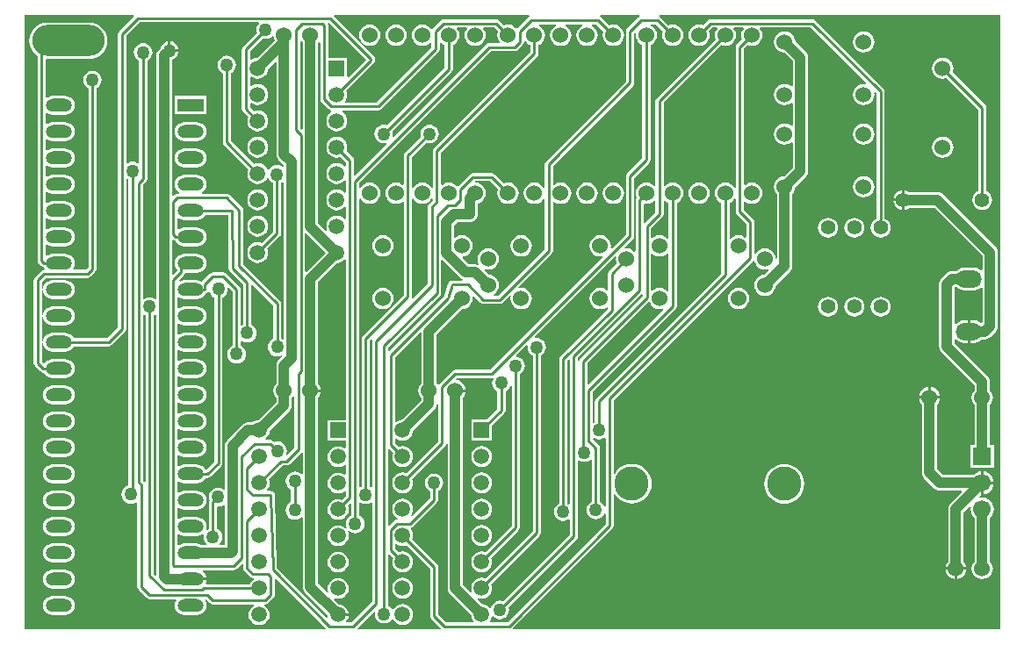
<source format=gtl>
G04 Layer_Physical_Order=1*
G04 Layer_Color=255*
%FSLAX44Y44*%
%MOMM*%
G71*
G01*
G75*
%ADD10C,1.0000*%
%ADD11C,0.2540*%
%ADD12C,3.3000*%
%ADD13C,1.5240*%
%ADD14O,2.5400X1.2700*%
%ADD15R,2.5400X1.2700*%
%ADD16C,1.4000*%
%ADD17C,1.5000*%
%ADD18R,1.5000X1.5000*%
%ADD19O,7.0000X3.0000*%
%ADD20O,2.5400X1.6510*%
%ADD21R,1.7000X1.7000*%
%ADD22C,1.7000*%
%ADD23C,1.2700*%
G36*
X1392046Y1345734D02*
X1392050Y1345109D01*
X1390951Y1344375D01*
X1380675Y1334099D01*
X1379140Y1334013D01*
X1378846Y1334396D01*
X1376724Y1336025D01*
X1374252Y1337048D01*
X1371600Y1337398D01*
X1368948Y1337048D01*
X1367708Y1336535D01*
X1362917Y1341327D01*
X1361657Y1342169D01*
X1360170Y1342465D01*
X1309370D01*
X1307883Y1342169D01*
X1306623Y1341327D01*
X1299003Y1333707D01*
X1298734Y1333305D01*
X1297173Y1333254D01*
X1296296Y1334396D01*
X1294174Y1336025D01*
X1291702Y1337048D01*
X1289050Y1337398D01*
X1286398Y1337048D01*
X1283926Y1336025D01*
X1281804Y1334396D01*
X1280175Y1332274D01*
X1279152Y1329802D01*
X1278802Y1327150D01*
X1279152Y1324498D01*
X1280175Y1322026D01*
X1281804Y1319904D01*
X1283926Y1318275D01*
X1286398Y1317251D01*
X1289050Y1316902D01*
X1291702Y1317251D01*
X1294174Y1318275D01*
X1296296Y1319904D01*
X1296663Y1320381D01*
X1297865Y1319973D01*
Y1315106D01*
X1245214Y1262455D01*
X1214966D01*
X1214340Y1263725D01*
X1215270Y1264937D01*
X1216282Y1267379D01*
X1216627Y1270000D01*
X1216282Y1272621D01*
X1215793Y1273800D01*
X1242267Y1300273D01*
X1243109Y1301533D01*
X1243405Y1303020D01*
Y1304063D01*
X1243109Y1305549D01*
X1242267Y1306810D01*
X1203871Y1345206D01*
X1204357Y1346379D01*
X1391839D01*
X1392046Y1345734D01*
D02*
G37*
G36*
X1145625Y1325836D02*
X1145801Y1324498D01*
X1146634Y1322489D01*
X1129576Y1305431D01*
X1127679Y1305182D01*
X1125237Y1304170D01*
X1124025Y1303240D01*
X1122755Y1303866D01*
Y1311825D01*
X1135001Y1324071D01*
X1135599Y1323823D01*
X1137920Y1323517D01*
X1140241Y1323823D01*
X1142403Y1324719D01*
X1144260Y1326144D01*
X1144297Y1326192D01*
X1145625Y1325836D01*
D02*
G37*
G36*
X1598559Y1333425D02*
X1597675Y1332274D01*
X1596651Y1329802D01*
X1596302Y1327150D01*
X1596651Y1324498D01*
X1597165Y1323259D01*
X1592373Y1318467D01*
X1591531Y1317207D01*
X1591235Y1315720D01*
Y1180592D01*
X1590100Y1179945D01*
X1589965Y1179951D01*
X1588396Y1181996D01*
X1586274Y1183625D01*
X1583802Y1184649D01*
X1581150Y1184998D01*
X1578498Y1184649D01*
X1576026Y1183625D01*
X1573904Y1181996D01*
X1572275Y1179874D01*
X1571252Y1177402D01*
X1570902Y1174750D01*
X1571252Y1172098D01*
X1572275Y1169626D01*
X1573904Y1167504D01*
X1576026Y1165875D01*
X1577265Y1165362D01*
Y1097365D01*
X1456483Y976583D01*
X1455641Y975323D01*
X1455345Y973836D01*
Y954163D01*
X1454747Y953915D01*
X1454094Y953414D01*
X1452955Y953976D01*
Y982895D01*
X1533097Y1063038D01*
X1533939Y1064298D01*
X1534235Y1065785D01*
Y1165362D01*
X1535474Y1165875D01*
X1537596Y1167504D01*
X1539225Y1169626D01*
X1540249Y1172098D01*
X1540598Y1174750D01*
X1540249Y1177402D01*
X1539225Y1179874D01*
X1537596Y1181996D01*
X1535474Y1183625D01*
X1533002Y1184649D01*
X1530350Y1184998D01*
X1527698Y1184649D01*
X1525226Y1183625D01*
X1523104Y1181996D01*
X1522737Y1181518D01*
X1521535Y1181927D01*
Y1262041D01*
X1577258Y1317765D01*
X1578498Y1317251D01*
X1581150Y1316902D01*
X1583802Y1317251D01*
X1586274Y1318275D01*
X1588396Y1319904D01*
X1590025Y1322026D01*
X1591048Y1324498D01*
X1591398Y1327150D01*
X1591048Y1329802D01*
X1590025Y1332274D01*
X1589141Y1333425D01*
X1589767Y1334695D01*
X1597932D01*
X1598559Y1333425D01*
D02*
G37*
G36*
X1498218Y1345734D02*
X1498222Y1345109D01*
X1497123Y1344375D01*
X1486455Y1333707D01*
X1485613Y1332447D01*
X1485317Y1330960D01*
Y1282785D01*
X1408223Y1205691D01*
X1407381Y1204431D01*
X1407085Y1202944D01*
Y1180592D01*
X1405950Y1179945D01*
X1405815Y1179951D01*
X1404246Y1181996D01*
X1402124Y1183625D01*
X1399652Y1184649D01*
X1397000Y1184998D01*
X1394348Y1184649D01*
X1391876Y1183625D01*
X1389754Y1181996D01*
X1388125Y1179874D01*
X1387101Y1177402D01*
X1386752Y1174750D01*
X1387101Y1172098D01*
X1388125Y1169626D01*
X1389754Y1167504D01*
X1391876Y1165875D01*
X1394348Y1164852D01*
X1397000Y1164502D01*
X1399652Y1164852D01*
X1402124Y1165875D01*
X1404246Y1167504D01*
X1405815Y1169549D01*
X1405950Y1169555D01*
X1407085Y1168908D01*
Y1120987D01*
X1361863Y1075765D01*
X1358392D01*
X1357745Y1076900D01*
X1357751Y1077035D01*
X1359796Y1078604D01*
X1361425Y1080726D01*
X1362448Y1083198D01*
X1362798Y1085850D01*
X1362448Y1088502D01*
X1361425Y1090974D01*
X1359796Y1093096D01*
X1357674Y1094725D01*
X1355202Y1095749D01*
X1353134Y1096021D01*
X1348670Y1100486D01*
X1349389Y1101562D01*
X1349898Y1101351D01*
X1352550Y1101002D01*
X1355202Y1101351D01*
X1357674Y1102375D01*
X1359796Y1104004D01*
X1361425Y1106126D01*
X1362448Y1108598D01*
X1362798Y1111250D01*
X1362448Y1113902D01*
X1361425Y1116374D01*
X1359796Y1118496D01*
X1357674Y1120125D01*
X1355202Y1121149D01*
X1352550Y1121498D01*
X1349898Y1121149D01*
X1347426Y1120125D01*
X1345304Y1118496D01*
X1343675Y1116374D01*
X1342652Y1113902D01*
X1342302Y1111250D01*
X1342652Y1108598D01*
X1343488Y1106579D01*
X1342549Y1105593D01*
X1341818Y1105896D01*
X1339850Y1106155D01*
X1334110D01*
X1327763Y1112502D01*
X1328218Y1113843D01*
X1329802Y1114052D01*
X1332274Y1115075D01*
X1334396Y1116704D01*
X1336025Y1118826D01*
X1337048Y1121298D01*
X1337398Y1123950D01*
X1337048Y1126602D01*
X1336025Y1129074D01*
X1334396Y1131196D01*
X1332274Y1132825D01*
X1329802Y1133848D01*
X1327150Y1134198D01*
X1324498Y1133848D01*
X1322026Y1132825D01*
X1320785Y1131872D01*
X1319515Y1132499D01*
Y1143660D01*
X1322760Y1146905D01*
X1334690D01*
X1336659Y1147164D01*
X1337473Y1147501D01*
X1338493Y1147924D01*
X1340068Y1149132D01*
X1340068Y1149132D01*
X1341277Y1150707D01*
X1341699Y1151728D01*
X1342036Y1152541D01*
X1342295Y1154510D01*
X1342295Y1164824D01*
X1342502Y1164852D01*
X1344974Y1165875D01*
X1347096Y1167504D01*
X1348725Y1169626D01*
X1349749Y1172098D01*
X1350098Y1174750D01*
X1349749Y1177402D01*
X1348725Y1179874D01*
X1347096Y1181996D01*
X1344974Y1183625D01*
X1342502Y1184649D01*
X1340755Y1184879D01*
X1340109Y1186245D01*
X1340180Y1186359D01*
X1354497D01*
X1362215Y1178642D01*
X1361702Y1177402D01*
X1361352Y1174750D01*
X1361702Y1172098D01*
X1362725Y1169626D01*
X1364354Y1167504D01*
X1366476Y1165875D01*
X1368948Y1164852D01*
X1371600Y1164502D01*
X1374252Y1164852D01*
X1376724Y1165875D01*
X1378846Y1167504D01*
X1380475Y1169626D01*
X1381499Y1172098D01*
X1381848Y1174750D01*
X1381499Y1177402D01*
X1380475Y1179874D01*
X1378846Y1181996D01*
X1376724Y1183625D01*
X1374252Y1184649D01*
X1371600Y1184998D01*
X1368948Y1184649D01*
X1367708Y1184135D01*
X1358853Y1192991D01*
X1357593Y1193833D01*
X1356106Y1194129D01*
X1337564D01*
X1336077Y1193833D01*
X1334817Y1192991D01*
X1323525Y1181699D01*
X1321990Y1181613D01*
X1321696Y1181996D01*
X1319574Y1183625D01*
X1317102Y1184649D01*
X1314450Y1184998D01*
X1311798Y1184649D01*
X1309326Y1183625D01*
X1308175Y1182741D01*
X1306905Y1183367D01*
Y1214017D01*
X1399747Y1306859D01*
X1400589Y1308120D01*
X1400885Y1309606D01*
Y1317762D01*
X1402124Y1318275D01*
X1404246Y1319904D01*
X1405875Y1322026D01*
X1406898Y1324498D01*
X1407248Y1327150D01*
X1406898Y1329802D01*
X1405875Y1332274D01*
X1404246Y1334396D01*
X1402124Y1336025D01*
X1401041Y1336473D01*
X1401293Y1337743D01*
X1418107D01*
X1418359Y1336473D01*
X1417276Y1336025D01*
X1415154Y1334396D01*
X1413525Y1332274D01*
X1412502Y1329802D01*
X1412152Y1327150D01*
X1412502Y1324498D01*
X1413525Y1322026D01*
X1415154Y1319904D01*
X1417276Y1318275D01*
X1419748Y1317251D01*
X1422400Y1316902D01*
X1425052Y1317251D01*
X1427524Y1318275D01*
X1429646Y1319904D01*
X1431275Y1322026D01*
X1432298Y1324498D01*
X1432648Y1327150D01*
X1432298Y1329802D01*
X1431275Y1332274D01*
X1429646Y1334396D01*
X1427524Y1336025D01*
X1426441Y1336473D01*
X1426694Y1337743D01*
X1443506D01*
X1443759Y1336473D01*
X1442676Y1336025D01*
X1440554Y1334396D01*
X1438925Y1332274D01*
X1437901Y1329802D01*
X1437552Y1327150D01*
X1437901Y1324498D01*
X1438925Y1322026D01*
X1440554Y1319904D01*
X1442676Y1318275D01*
X1445148Y1317251D01*
X1447800Y1316902D01*
X1450452Y1317251D01*
X1452924Y1318275D01*
X1455046Y1319904D01*
X1456675Y1322026D01*
X1457699Y1324498D01*
X1458048Y1327150D01*
X1457699Y1329802D01*
X1456675Y1332274D01*
X1455046Y1334396D01*
X1452924Y1336025D01*
X1451841Y1336473D01*
X1452094Y1337743D01*
X1457113D01*
X1463815Y1331042D01*
X1463302Y1329802D01*
X1462952Y1327150D01*
X1463302Y1324498D01*
X1464325Y1322026D01*
X1465954Y1319904D01*
X1468076Y1318275D01*
X1470548Y1317251D01*
X1473200Y1316902D01*
X1475852Y1317251D01*
X1478324Y1318275D01*
X1480446Y1319904D01*
X1482075Y1322026D01*
X1483098Y1324498D01*
X1483448Y1327150D01*
X1483098Y1329802D01*
X1482075Y1332274D01*
X1480446Y1334396D01*
X1478324Y1336025D01*
X1475852Y1337048D01*
X1473200Y1337398D01*
X1470548Y1337048D01*
X1469308Y1336535D01*
X1461469Y1344375D01*
X1460370Y1345109D01*
X1460374Y1345734D01*
X1460581Y1346379D01*
X1498011D01*
X1498218Y1345734D01*
D02*
G37*
G36*
X1362215Y1331042D02*
X1361702Y1329802D01*
X1361352Y1327150D01*
X1361702Y1324498D01*
X1362725Y1322026D01*
X1363609Y1320875D01*
X1362982Y1319605D01*
X1353820D01*
X1352333Y1319309D01*
X1351073Y1318467D01*
X1261438Y1228832D01*
X1260362Y1229551D01*
X1260373Y1229579D01*
X1260679Y1231900D01*
X1260373Y1234221D01*
X1260125Y1234819D01*
X1317197Y1291891D01*
X1318039Y1293151D01*
X1318335Y1294638D01*
Y1317762D01*
X1319574Y1318275D01*
X1321696Y1319904D01*
X1323325Y1322026D01*
X1324348Y1324498D01*
X1324698Y1327150D01*
X1324348Y1329802D01*
X1323325Y1332274D01*
X1322441Y1333425D01*
X1323067Y1334695D01*
X1331232D01*
X1331859Y1333425D01*
X1330975Y1332274D01*
X1329951Y1329802D01*
X1329602Y1327150D01*
X1329951Y1324498D01*
X1330975Y1322026D01*
X1332604Y1319904D01*
X1334726Y1318275D01*
X1337198Y1317251D01*
X1339850Y1316902D01*
X1342502Y1317251D01*
X1344974Y1318275D01*
X1347096Y1319904D01*
X1348725Y1322026D01*
X1349749Y1324498D01*
X1350098Y1327150D01*
X1349749Y1329802D01*
X1348725Y1332274D01*
X1347841Y1333425D01*
X1348468Y1334695D01*
X1358561D01*
X1362215Y1331042D01*
D02*
G37*
G36*
X1010782Y1345206D02*
X996685Y1331108D01*
X995843Y1329848D01*
X995547Y1328362D01*
Y1045491D01*
X984927Y1034871D01*
X952893D01*
X952645Y1035469D01*
X951220Y1037326D01*
X949363Y1038751D01*
X947201Y1039647D01*
X944880Y1039953D01*
X932180D01*
X929859Y1039647D01*
X927697Y1038751D01*
X925840Y1037326D01*
X924415Y1035469D01*
X923519Y1033307D01*
X923365Y1032136D01*
X922095Y1032219D01*
Y1055153D01*
X923365Y1055236D01*
X923519Y1054065D01*
X924415Y1051903D01*
X925840Y1050046D01*
X927697Y1048621D01*
X929859Y1047725D01*
X932180Y1047419D01*
X944880D01*
X947201Y1047725D01*
X949363Y1048621D01*
X951220Y1050046D01*
X952645Y1051903D01*
X953541Y1054065D01*
X953847Y1056386D01*
X953541Y1058707D01*
X952645Y1060869D01*
X951220Y1062726D01*
X949363Y1064151D01*
X947201Y1065047D01*
X944880Y1065353D01*
X932180D01*
X929859Y1065047D01*
X927697Y1064151D01*
X925840Y1062726D01*
X924415Y1060869D01*
X923519Y1058707D01*
X923365Y1057536D01*
X922095Y1057619D01*
Y1080553D01*
X923365Y1080636D01*
X923519Y1079465D01*
X924415Y1077303D01*
X925840Y1075446D01*
X927697Y1074021D01*
X929859Y1073125D01*
X932180Y1072819D01*
X944880D01*
X947201Y1073125D01*
X949363Y1074021D01*
X951220Y1075446D01*
X952645Y1077303D01*
X953541Y1079465D01*
X953847Y1081786D01*
X953541Y1084107D01*
X952645Y1086269D01*
X951220Y1088126D01*
X949363Y1089551D01*
X947201Y1090447D01*
X944880Y1090753D01*
X932180D01*
X929859Y1090447D01*
X927697Y1089551D01*
X925840Y1088126D01*
X924415Y1086269D01*
X923519Y1084107D01*
X923365Y1082936D01*
X922095Y1083019D01*
Y1089067D01*
X926169Y1093141D01*
X966216D01*
X967703Y1093437D01*
X968963Y1094279D01*
X973535Y1098851D01*
X974377Y1100111D01*
X974673Y1101598D01*
Y1275957D01*
X975271Y1276205D01*
X977128Y1277630D01*
X978553Y1279487D01*
X979449Y1281649D01*
X979755Y1283970D01*
X979449Y1286291D01*
X978553Y1288453D01*
X977128Y1290310D01*
X975271Y1291735D01*
X973109Y1292631D01*
X970788Y1292937D01*
X968467Y1292631D01*
X966305Y1291735D01*
X964448Y1290310D01*
X963023Y1288453D01*
X962127Y1286291D01*
X961821Y1283970D01*
X962127Y1281649D01*
X963023Y1279487D01*
X964448Y1277630D01*
X966305Y1276205D01*
X966903Y1275957D01*
Y1103207D01*
X964607Y1100911D01*
X952706D01*
X952144Y1102050D01*
X952645Y1102703D01*
X953541Y1104865D01*
X953847Y1107186D01*
X953541Y1109507D01*
X952645Y1111669D01*
X951220Y1113526D01*
X949363Y1114951D01*
X947201Y1115847D01*
X944880Y1116153D01*
X932180D01*
X929859Y1115847D01*
X927697Y1114951D01*
X927044Y1114450D01*
X925905Y1115012D01*
Y1124760D01*
X927044Y1125322D01*
X927697Y1124821D01*
X929859Y1123925D01*
X932180Y1123619D01*
X944880D01*
X947201Y1123925D01*
X949363Y1124821D01*
X951220Y1126246D01*
X952645Y1128103D01*
X953541Y1130265D01*
X953847Y1132586D01*
X953541Y1134907D01*
X952645Y1137069D01*
X951220Y1138926D01*
X949363Y1140351D01*
X947201Y1141247D01*
X944880Y1141553D01*
X932180D01*
X929859Y1141247D01*
X927697Y1140351D01*
X927044Y1139850D01*
X925905Y1140412D01*
Y1150160D01*
X927044Y1150722D01*
X927697Y1150221D01*
X929859Y1149325D01*
X932180Y1149019D01*
X944880D01*
X947201Y1149325D01*
X949363Y1150221D01*
X951220Y1151646D01*
X952645Y1153503D01*
X953541Y1155665D01*
X953847Y1157986D01*
X953541Y1160307D01*
X952645Y1162469D01*
X951220Y1164326D01*
X949363Y1165751D01*
X947201Y1166647D01*
X944880Y1166953D01*
X932180D01*
X929859Y1166647D01*
X927697Y1165751D01*
X927044Y1165250D01*
X925905Y1165812D01*
Y1175560D01*
X927044Y1176122D01*
X927697Y1175621D01*
X929859Y1174725D01*
X932180Y1174419D01*
X944880D01*
X947201Y1174725D01*
X949363Y1175621D01*
X951220Y1177046D01*
X952645Y1178903D01*
X953541Y1181065D01*
X953847Y1183386D01*
X953541Y1185707D01*
X952645Y1187869D01*
X951220Y1189726D01*
X949363Y1191151D01*
X947201Y1192047D01*
X944880Y1192353D01*
X932180D01*
X929859Y1192047D01*
X927697Y1191151D01*
X927044Y1190650D01*
X925905Y1191212D01*
Y1200960D01*
X927044Y1201522D01*
X927697Y1201021D01*
X929859Y1200125D01*
X932180Y1199819D01*
X944880D01*
X947201Y1200125D01*
X949363Y1201021D01*
X951220Y1202446D01*
X952645Y1204303D01*
X953541Y1206465D01*
X953847Y1208786D01*
X953541Y1211107D01*
X952645Y1213269D01*
X951220Y1215126D01*
X949363Y1216551D01*
X947201Y1217447D01*
X944880Y1217753D01*
X932180D01*
X929859Y1217447D01*
X927697Y1216551D01*
X927044Y1216050D01*
X925905Y1216612D01*
Y1226360D01*
X927044Y1226922D01*
X927697Y1226421D01*
X929859Y1225525D01*
X932180Y1225219D01*
X944880D01*
X947201Y1225525D01*
X949363Y1226421D01*
X951220Y1227846D01*
X952645Y1229703D01*
X953541Y1231865D01*
X953847Y1234186D01*
X953541Y1236507D01*
X952645Y1238669D01*
X951220Y1240526D01*
X949363Y1241951D01*
X947201Y1242847D01*
X944880Y1243153D01*
X932180D01*
X929859Y1242847D01*
X927697Y1241951D01*
X927044Y1241450D01*
X925905Y1242012D01*
Y1251760D01*
X927044Y1252322D01*
X927697Y1251821D01*
X929859Y1250925D01*
X932180Y1250619D01*
X944880D01*
X947201Y1250925D01*
X949363Y1251821D01*
X951220Y1253246D01*
X952645Y1255103D01*
X953541Y1257265D01*
X953847Y1259586D01*
X953541Y1261907D01*
X952645Y1264069D01*
X951220Y1265926D01*
X949363Y1267351D01*
X947201Y1268247D01*
X944880Y1268553D01*
X932180D01*
X929859Y1268247D01*
X927697Y1267351D01*
X927044Y1266850D01*
X925905Y1267412D01*
Y1303420D01*
X926846Y1304273D01*
X927674Y1304191D01*
X967674D01*
X971113Y1304530D01*
X974419Y1305533D01*
X977466Y1307162D01*
X980137Y1309353D01*
X982328Y1312024D01*
X983957Y1315071D01*
X984960Y1318378D01*
X985299Y1321816D01*
X984960Y1325254D01*
X983957Y1328561D01*
X982328Y1331608D01*
X980137Y1334279D01*
X977466Y1336470D01*
X974419Y1338099D01*
X971113Y1339102D01*
X967674Y1339441D01*
X927674D01*
X924236Y1339102D01*
X920929Y1338099D01*
X917882Y1336470D01*
X915211Y1334279D01*
X913019Y1331608D01*
X911391Y1328561D01*
X910388Y1325254D01*
X910049Y1321816D01*
X910388Y1318378D01*
X911391Y1315071D01*
X913019Y1312024D01*
X915211Y1309353D01*
X917882Y1307162D01*
X918135Y1307026D01*
Y1109726D01*
X918431Y1108239D01*
X919273Y1106979D01*
X921813Y1104439D01*
X923073Y1103597D01*
X924131Y1103387D01*
X924415Y1102703D01*
X924928Y1102034D01*
X924238Y1100847D01*
X923073Y1100615D01*
X921813Y1099773D01*
X915463Y1093423D01*
X914621Y1092163D01*
X914325Y1090676D01*
Y1010920D01*
X914621Y1009433D01*
X915463Y1008173D01*
X920797Y1002839D01*
X922057Y1001997D01*
X923544Y1001701D01*
X924167D01*
X924415Y1001103D01*
X925840Y999246D01*
X927697Y997821D01*
X929859Y996925D01*
X932180Y996619D01*
X944880D01*
X947201Y996925D01*
X949363Y997821D01*
X951220Y999246D01*
X952645Y1001103D01*
X953541Y1003265D01*
X953847Y1005586D01*
X953541Y1007907D01*
X952645Y1010069D01*
X951220Y1011926D01*
X949363Y1013351D01*
X947201Y1014247D01*
X944880Y1014553D01*
X932180D01*
X929859Y1014247D01*
X927697Y1013351D01*
X925840Y1011926D01*
X925062Y1010912D01*
X923794Y1010829D01*
X922095Y1012529D01*
Y1029753D01*
X923365Y1029836D01*
X923519Y1028665D01*
X924415Y1026503D01*
X925840Y1024646D01*
X927697Y1023221D01*
X929859Y1022325D01*
X932180Y1022019D01*
X944880D01*
X947201Y1022325D01*
X949363Y1023221D01*
X951220Y1024646D01*
X952645Y1026503D01*
X952893Y1027101D01*
X986536D01*
X988023Y1027397D01*
X989283Y1028239D01*
X1002178Y1041135D01*
X1003020Y1042395D01*
X1003316Y1043882D01*
Y1188559D01*
X1004455Y1189120D01*
X1005167Y1188575D01*
X1005765Y1188327D01*
Y892863D01*
X1005551Y892835D01*
X1003389Y891939D01*
X1001532Y890514D01*
X1000107Y888657D01*
X999211Y886495D01*
X998905Y884174D01*
X999211Y881853D01*
X1000107Y879691D01*
X1001532Y877834D01*
X1003389Y876409D01*
X1005551Y875513D01*
X1007872Y875207D01*
X1010193Y875513D01*
X1012355Y876409D01*
X1013004Y876906D01*
X1014274Y876280D01*
Y795147D01*
X1014569Y793661D01*
X1015412Y792401D01*
X1023413Y784399D01*
X1024673Y783557D01*
X1026160Y783261D01*
X1051354D01*
X1051916Y782122D01*
X1051415Y781469D01*
X1050519Y779307D01*
X1050213Y776986D01*
X1050519Y774665D01*
X1051415Y772503D01*
X1052840Y770646D01*
X1054697Y769221D01*
X1056859Y768325D01*
X1059180Y768019D01*
X1071880D01*
X1074201Y768325D01*
X1076363Y769221D01*
X1078220Y770646D01*
X1079645Y772503D01*
X1080541Y774665D01*
X1080847Y776986D01*
X1080541Y779307D01*
X1079645Y781469D01*
X1080253Y782764D01*
X1080854Y782838D01*
X1084373Y779319D01*
X1085633Y778477D01*
X1087120Y778181D01*
X1126364D01*
X1126616Y776911D01*
X1126507Y776866D01*
X1124409Y775257D01*
X1122800Y773159D01*
X1121788Y770717D01*
X1121443Y768096D01*
X1121788Y765475D01*
X1122800Y763033D01*
X1124409Y760935D01*
X1126507Y759326D01*
X1128949Y758314D01*
X1131570Y757969D01*
X1134191Y758314D01*
X1136633Y759326D01*
X1138731Y760935D01*
X1140340Y763033D01*
X1141352Y765475D01*
X1141697Y768096D01*
X1141352Y770717D01*
X1140340Y773159D01*
X1138731Y775257D01*
X1136633Y776866D01*
X1136524Y776911D01*
X1136776Y778181D01*
X1137546D01*
X1139033Y778477D01*
X1140293Y779319D01*
X1145627Y784653D01*
X1146469Y785913D01*
X1146765Y787400D01*
Y802390D01*
X1147938Y802876D01*
X1195852Y754963D01*
X1195326Y753693D01*
X905331D01*
Y899287D01*
Y1199769D01*
Y1237329D01*
Y1312450D01*
Y1346379D01*
X1010296D01*
X1010782Y1345206D01*
D02*
G37*
G36*
X1234548Y1303542D02*
X1217713Y1286707D01*
X1216540Y1287193D01*
Y1305440D01*
X1198193D01*
Y1336802D01*
X1197897Y1338289D01*
X1198948Y1339002D01*
X1199048Y1339041D01*
X1234548Y1303542D01*
D02*
G37*
G36*
X1845997Y753693D02*
X1376656D01*
X1376130Y754963D01*
X1472237Y851070D01*
X1473080Y852330D01*
X1473375Y853817D01*
Y884426D01*
X1474607Y884735D01*
X1475042Y883921D01*
X1477422Y881021D01*
X1480321Y878642D01*
X1483629Y876874D01*
X1487218Y875785D01*
X1490950Y875418D01*
X1494682Y875785D01*
X1498272Y876874D01*
X1501579Y878642D01*
X1504478Y881021D01*
X1506858Y883921D01*
X1508626Y887228D01*
X1509715Y890817D01*
X1510082Y894550D01*
X1509715Y898282D01*
X1508626Y901871D01*
X1506858Y905179D01*
X1504478Y908078D01*
X1501579Y910458D01*
X1498272Y912226D01*
X1494682Y913314D01*
X1490950Y913682D01*
X1487218Y913314D01*
X1483629Y912226D01*
X1480321Y910458D01*
X1477422Y908078D01*
X1475042Y905179D01*
X1474607Y904365D01*
X1473375Y904674D01*
Y975122D01*
X1607929Y1109675D01*
X1608378Y1109645D01*
X1609256Y1109326D01*
X1609352Y1108598D01*
X1610375Y1106126D01*
X1612004Y1104004D01*
X1614126Y1102375D01*
X1616598Y1101351D01*
X1619250Y1101002D01*
X1621902Y1101351D01*
X1622411Y1101562D01*
X1623130Y1100486D01*
X1618666Y1096021D01*
X1616598Y1095749D01*
X1614126Y1094725D01*
X1612004Y1093096D01*
X1610375Y1090974D01*
X1609352Y1088502D01*
X1609002Y1085850D01*
X1609352Y1083198D01*
X1610375Y1080726D01*
X1612004Y1078604D01*
X1614126Y1076975D01*
X1616598Y1075952D01*
X1619250Y1075602D01*
X1621902Y1075952D01*
X1624374Y1076975D01*
X1626496Y1078604D01*
X1628125Y1080726D01*
X1629149Y1083198D01*
X1629421Y1085266D01*
X1643678Y1099522D01*
X1644886Y1101097D01*
X1645201Y1101857D01*
X1645646Y1102932D01*
X1645905Y1104900D01*
Y1174322D01*
X1647175Y1175976D01*
X1648199Y1178448D01*
X1648471Y1180516D01*
X1658918Y1190962D01*
X1660126Y1192538D01*
X1660441Y1193297D01*
X1660886Y1194372D01*
X1661145Y1196340D01*
Y1305560D01*
X1660886Y1307528D01*
X1660441Y1308603D01*
X1660126Y1309362D01*
X1658918Y1310938D01*
X1648471Y1321384D01*
X1648199Y1323452D01*
X1647175Y1325924D01*
X1645546Y1328046D01*
X1643424Y1329675D01*
X1640952Y1330699D01*
X1638300Y1331048D01*
X1635648Y1330699D01*
X1633176Y1329675D01*
X1631054Y1328046D01*
X1629425Y1325924D01*
X1628401Y1323452D01*
X1628052Y1320800D01*
X1628401Y1318148D01*
X1629425Y1315676D01*
X1631054Y1313554D01*
X1633176Y1311925D01*
X1635648Y1310901D01*
X1637716Y1310629D01*
X1645935Y1302410D01*
Y1278549D01*
X1644665Y1277922D01*
X1643424Y1278875D01*
X1640952Y1279899D01*
X1638300Y1280248D01*
X1635648Y1279899D01*
X1633176Y1278875D01*
X1631054Y1277246D01*
X1629425Y1275124D01*
X1628401Y1272652D01*
X1628052Y1270000D01*
X1628401Y1267348D01*
X1629425Y1264876D01*
X1631054Y1262754D01*
X1633176Y1261125D01*
X1635648Y1260101D01*
X1638300Y1259752D01*
X1640952Y1260101D01*
X1643424Y1261125D01*
X1644665Y1262078D01*
X1645935Y1261451D01*
Y1240449D01*
X1644665Y1239822D01*
X1643424Y1240775D01*
X1640952Y1241798D01*
X1638300Y1242148D01*
X1635648Y1241798D01*
X1633176Y1240775D01*
X1631054Y1239146D01*
X1629425Y1237024D01*
X1628401Y1234552D01*
X1628052Y1231900D01*
X1628401Y1229248D01*
X1629425Y1226776D01*
X1631054Y1224654D01*
X1633176Y1223025D01*
X1635648Y1222001D01*
X1638300Y1221652D01*
X1640952Y1222001D01*
X1643424Y1223025D01*
X1644665Y1223978D01*
X1645935Y1223351D01*
Y1199490D01*
X1637716Y1191271D01*
X1635648Y1190999D01*
X1633176Y1189975D01*
X1631054Y1188346D01*
X1629425Y1186224D01*
X1628401Y1183752D01*
X1628052Y1181100D01*
X1628401Y1178448D01*
X1629425Y1175976D01*
X1630695Y1174322D01*
Y1111886D01*
X1629425Y1111803D01*
X1629149Y1113902D01*
X1628125Y1116374D01*
X1626496Y1118496D01*
X1624374Y1120125D01*
X1621902Y1121149D01*
X1619250Y1121498D01*
X1616598Y1121149D01*
X1614126Y1120125D01*
X1612004Y1118496D01*
X1610435Y1116451D01*
X1610300Y1116445D01*
X1609165Y1117092D01*
Y1146556D01*
X1608869Y1148043D01*
X1608027Y1149303D01*
X1599005Y1158325D01*
Y1166133D01*
X1600275Y1166759D01*
X1601426Y1165875D01*
X1603898Y1164852D01*
X1606550Y1164502D01*
X1609202Y1164852D01*
X1611674Y1165875D01*
X1613796Y1167504D01*
X1615425Y1169626D01*
X1616449Y1172098D01*
X1616798Y1174750D01*
X1616449Y1177402D01*
X1615425Y1179874D01*
X1613796Y1181996D01*
X1611674Y1183625D01*
X1609202Y1184649D01*
X1606550Y1184998D01*
X1603898Y1184649D01*
X1601426Y1183625D01*
X1600275Y1182741D01*
X1599005Y1183367D01*
Y1314111D01*
X1602659Y1317765D01*
X1603898Y1317251D01*
X1606550Y1316902D01*
X1609202Y1317251D01*
X1611674Y1318275D01*
X1613796Y1319904D01*
X1615425Y1322026D01*
X1616449Y1324498D01*
X1616798Y1327150D01*
X1616449Y1329802D01*
X1615425Y1332274D01*
X1614541Y1333425D01*
X1615168Y1334695D01*
X1663361D01*
X1716835Y1281221D01*
X1716242Y1280018D01*
X1714500Y1280248D01*
X1711848Y1279899D01*
X1709376Y1278875D01*
X1707254Y1277246D01*
X1705625Y1275124D01*
X1704601Y1272652D01*
X1704252Y1270000D01*
X1704601Y1267348D01*
X1705625Y1264876D01*
X1707254Y1262754D01*
X1709376Y1261125D01*
X1711848Y1260101D01*
X1714500Y1259752D01*
X1717152Y1260101D01*
X1719624Y1261125D01*
X1721746Y1262754D01*
X1723375Y1264876D01*
X1724398Y1267348D01*
X1724748Y1270000D01*
X1724518Y1271742D01*
X1725721Y1272335D01*
X1726871Y1271185D01*
Y1150193D01*
X1725945Y1149809D01*
X1723952Y1148280D01*
X1722423Y1146287D01*
X1721462Y1143966D01*
X1721134Y1141476D01*
X1721462Y1138986D01*
X1722423Y1136665D01*
X1723952Y1134672D01*
X1725945Y1133143D01*
X1728266Y1132182D01*
X1730756Y1131854D01*
X1733246Y1132182D01*
X1735567Y1133143D01*
X1737560Y1134672D01*
X1739089Y1136665D01*
X1740050Y1138986D01*
X1740378Y1141476D01*
X1740050Y1143966D01*
X1739089Y1146287D01*
X1737560Y1148280D01*
X1735567Y1149809D01*
X1734641Y1150193D01*
Y1272794D01*
X1734345Y1274281D01*
X1733503Y1275541D01*
X1667717Y1341327D01*
X1666457Y1342169D01*
X1664970Y1342465D01*
X1567180D01*
X1565693Y1342169D01*
X1564433Y1341327D01*
X1559642Y1336535D01*
X1558402Y1337048D01*
X1555750Y1337398D01*
X1553098Y1337048D01*
X1550626Y1336025D01*
X1548504Y1334396D01*
X1546875Y1332274D01*
X1545851Y1329802D01*
X1545502Y1327150D01*
X1545851Y1324498D01*
X1546875Y1322026D01*
X1548504Y1319904D01*
X1550626Y1318275D01*
X1553098Y1317251D01*
X1555750Y1316902D01*
X1558402Y1317251D01*
X1560874Y1318275D01*
X1562996Y1319904D01*
X1564625Y1322026D01*
X1565648Y1324498D01*
X1565998Y1327150D01*
X1565648Y1329802D01*
X1565135Y1331042D01*
X1568789Y1334695D01*
X1572533D01*
X1573159Y1333425D01*
X1572275Y1332274D01*
X1571252Y1329802D01*
X1570902Y1327150D01*
X1571252Y1324498D01*
X1571765Y1323259D01*
X1514903Y1266397D01*
X1514061Y1265137D01*
X1513765Y1263650D01*
Y1181927D01*
X1512563Y1181518D01*
X1512196Y1181996D01*
X1510074Y1183625D01*
X1507602Y1184649D01*
X1504950Y1184998D01*
X1502298Y1184649D01*
X1499826Y1183625D01*
X1497704Y1181996D01*
X1496075Y1179874D01*
X1495052Y1177402D01*
X1494702Y1174750D01*
X1495052Y1172098D01*
X1495569Y1170848D01*
X1494757Y1169633D01*
X1494461Y1168146D01*
Y1118758D01*
X1493259Y1118350D01*
X1493146Y1118496D01*
X1491024Y1120125D01*
X1488552Y1121149D01*
X1485900Y1121498D01*
X1484158Y1121268D01*
X1483565Y1122471D01*
X1491949Y1130855D01*
X1492791Y1132115D01*
X1493087Y1133602D01*
Y1189397D01*
X1507697Y1204007D01*
X1508539Y1205267D01*
X1508835Y1206754D01*
Y1317762D01*
X1510074Y1318275D01*
X1512196Y1319904D01*
X1513825Y1322026D01*
X1514848Y1324498D01*
X1515198Y1327150D01*
X1514848Y1329802D01*
X1513825Y1332274D01*
X1512196Y1334396D01*
X1510074Y1336025D01*
X1508991Y1336473D01*
X1509243Y1337743D01*
X1514263D01*
X1520965Y1331042D01*
X1520452Y1329802D01*
X1520102Y1327150D01*
X1520452Y1324498D01*
X1521475Y1322026D01*
X1523104Y1319904D01*
X1525226Y1318275D01*
X1527698Y1317251D01*
X1530350Y1316902D01*
X1533002Y1317251D01*
X1535474Y1318275D01*
X1537596Y1319904D01*
X1539225Y1322026D01*
X1540249Y1324498D01*
X1540598Y1327150D01*
X1540249Y1329802D01*
X1539225Y1332274D01*
X1537596Y1334396D01*
X1535474Y1336025D01*
X1533002Y1337048D01*
X1530350Y1337398D01*
X1527698Y1337048D01*
X1526458Y1336535D01*
X1518619Y1344375D01*
X1517520Y1345109D01*
X1517524Y1345734D01*
X1517731Y1346379D01*
X1845997D01*
Y753693D01*
D02*
G37*
G36*
X1172285Y1321949D02*
X1173495Y1320372D01*
Y1236513D01*
X1172322Y1236027D01*
X1171015Y1237334D01*
Y1321308D01*
X1172150Y1321955D01*
X1172285Y1321949D01*
D02*
G37*
G36*
X1307204Y1319904D02*
X1309326Y1318275D01*
X1310565Y1317762D01*
Y1296247D01*
X1254632Y1240313D01*
X1254033Y1240561D01*
X1251712Y1240867D01*
X1249391Y1240561D01*
X1247229Y1239665D01*
X1245372Y1238240D01*
X1243947Y1236383D01*
X1243051Y1234221D01*
X1242745Y1231900D01*
X1243051Y1229579D01*
X1243947Y1227417D01*
X1245372Y1225560D01*
X1247229Y1224135D01*
X1249391Y1223239D01*
X1251712Y1222933D01*
X1254033Y1223239D01*
X1254061Y1223250D01*
X1254780Y1222174D01*
X1224258Y1191652D01*
X1223085Y1192138D01*
Y1206500D01*
X1222789Y1207987D01*
X1221947Y1209247D01*
X1215793Y1215400D01*
X1216282Y1216579D01*
X1216627Y1219200D01*
X1216282Y1221821D01*
X1215270Y1224263D01*
X1213661Y1226361D01*
X1211563Y1227970D01*
X1209121Y1228982D01*
X1206500Y1229327D01*
X1203879Y1228982D01*
X1201437Y1227970D01*
X1199339Y1226361D01*
X1197730Y1224263D01*
X1196718Y1221821D01*
X1196373Y1219200D01*
X1196718Y1216579D01*
X1197730Y1214137D01*
X1199339Y1212039D01*
X1201437Y1210430D01*
X1203879Y1209418D01*
X1206500Y1209073D01*
X1209121Y1209418D01*
X1210300Y1209907D01*
X1215315Y1204891D01*
Y1200890D01*
X1214045Y1200459D01*
X1213661Y1200961D01*
X1211563Y1202570D01*
X1209121Y1203582D01*
X1206500Y1203927D01*
X1203879Y1203582D01*
X1201437Y1202570D01*
X1199339Y1200961D01*
X1197730Y1198863D01*
X1196718Y1196421D01*
X1196373Y1193800D01*
X1196718Y1191179D01*
X1197730Y1188737D01*
X1199339Y1186639D01*
X1201437Y1185030D01*
X1203879Y1184018D01*
X1206500Y1183673D01*
X1209121Y1184018D01*
X1211563Y1185030D01*
X1213661Y1186639D01*
X1214045Y1187141D01*
X1215315Y1186710D01*
Y1175490D01*
X1214045Y1175059D01*
X1213661Y1175561D01*
X1211563Y1177170D01*
X1209121Y1178182D01*
X1206500Y1178527D01*
X1203879Y1178182D01*
X1201437Y1177170D01*
X1199339Y1175561D01*
X1197730Y1173463D01*
X1196718Y1171021D01*
X1196373Y1168400D01*
X1196718Y1165779D01*
X1197730Y1163337D01*
X1199339Y1161239D01*
X1201437Y1159630D01*
X1203879Y1158618D01*
X1206500Y1158273D01*
X1209121Y1158618D01*
X1211563Y1159630D01*
X1213661Y1161239D01*
X1214045Y1161741D01*
X1215315Y1161310D01*
Y1150090D01*
X1214045Y1149659D01*
X1213661Y1150161D01*
X1211563Y1151770D01*
X1209121Y1152782D01*
X1206500Y1153127D01*
X1203879Y1152782D01*
X1201437Y1151770D01*
X1199339Y1150161D01*
X1197730Y1148063D01*
X1196718Y1145621D01*
X1196373Y1143000D01*
X1196718Y1140379D01*
X1197034Y1139617D01*
X1195957Y1138898D01*
X1188705Y1146150D01*
Y1319788D01*
X1189153Y1320163D01*
X1190423Y1319569D01*
Y1265682D01*
X1190719Y1264195D01*
X1191561Y1262935D01*
X1198673Y1255823D01*
X1199933Y1254981D01*
X1201335Y1254702D01*
X1201404Y1254589D01*
X1201437Y1253370D01*
X1199339Y1251761D01*
X1197730Y1249663D01*
X1196718Y1247221D01*
X1196373Y1244600D01*
X1196718Y1241979D01*
X1197730Y1239537D01*
X1199339Y1237439D01*
X1201437Y1235830D01*
X1203879Y1234818D01*
X1206500Y1234473D01*
X1209121Y1234818D01*
X1211563Y1235830D01*
X1213661Y1237439D01*
X1215270Y1239537D01*
X1216282Y1241979D01*
X1216627Y1244600D01*
X1216282Y1247221D01*
X1215270Y1249663D01*
X1213661Y1251761D01*
X1211563Y1253370D01*
X1211454Y1253415D01*
X1211706Y1254685D01*
X1246823D01*
X1248310Y1254981D01*
X1249570Y1255823D01*
X1304497Y1310750D01*
X1305339Y1312010D01*
X1305635Y1313497D01*
Y1319973D01*
X1306837Y1320381D01*
X1307204Y1319904D01*
D02*
G37*
G36*
X1388185Y1321949D02*
X1389754Y1319904D01*
X1391876Y1318275D01*
X1393115Y1317762D01*
Y1311215D01*
X1300273Y1218373D01*
X1299431Y1217113D01*
X1299135Y1215626D01*
Y1180592D01*
X1298000Y1179945D01*
X1297865Y1179951D01*
X1296296Y1181996D01*
X1294174Y1183625D01*
X1291702Y1184649D01*
X1289050Y1184998D01*
X1286398Y1184649D01*
X1283926Y1183625D01*
X1281804Y1181996D01*
X1280235Y1179951D01*
X1280100Y1179945D01*
X1278965Y1180592D01*
Y1209463D01*
X1292988Y1223487D01*
X1293587Y1223239D01*
X1295908Y1222933D01*
X1298229Y1223239D01*
X1300391Y1224135D01*
X1302248Y1225560D01*
X1303673Y1227417D01*
X1304569Y1229579D01*
X1304875Y1231900D01*
X1304569Y1234221D01*
X1303673Y1236383D01*
X1302248Y1238240D01*
X1300391Y1239665D01*
X1298229Y1240561D01*
X1295908Y1240867D01*
X1293587Y1240561D01*
X1291425Y1239665D01*
X1289568Y1238240D01*
X1288143Y1236383D01*
X1287247Y1234221D01*
X1286941Y1231900D01*
X1287247Y1229579D01*
X1287495Y1228980D01*
X1272333Y1213819D01*
X1271491Y1212559D01*
X1271195Y1211072D01*
Y1183367D01*
X1269925Y1182741D01*
X1268774Y1183625D01*
X1266302Y1184649D01*
X1263650Y1184998D01*
X1260998Y1184649D01*
X1258526Y1183625D01*
X1256404Y1181996D01*
X1254775Y1179874D01*
X1253752Y1177402D01*
X1253402Y1174750D01*
X1253752Y1172098D01*
X1254775Y1169626D01*
X1256404Y1167504D01*
X1258526Y1165875D01*
X1260998Y1164852D01*
X1263650Y1164502D01*
X1266302Y1164852D01*
X1268774Y1165875D01*
X1269925Y1166759D01*
X1271195Y1166133D01*
Y1076283D01*
X1231693Y1036781D01*
X1230851Y1035521D01*
X1230555Y1034034D01*
Y891799D01*
X1229957Y891551D01*
X1229304Y891050D01*
X1228165Y891612D01*
Y1168908D01*
X1229300Y1169555D01*
X1229435Y1169549D01*
X1231004Y1167504D01*
X1233126Y1165875D01*
X1235598Y1164852D01*
X1238250Y1164502D01*
X1240902Y1164852D01*
X1243374Y1165875D01*
X1245496Y1167504D01*
X1247125Y1169626D01*
X1248148Y1172098D01*
X1248498Y1174750D01*
X1248148Y1177402D01*
X1247125Y1179874D01*
X1245496Y1181996D01*
X1243374Y1183625D01*
X1240902Y1184649D01*
X1238250Y1184998D01*
X1235598Y1184649D01*
X1233126Y1183625D01*
X1231004Y1181996D01*
X1229435Y1179951D01*
X1229300Y1179945D01*
X1228165Y1180592D01*
Y1184571D01*
X1355429Y1311835D01*
X1377950D01*
X1379437Y1312131D01*
X1380697Y1312973D01*
X1385777Y1318053D01*
X1386619Y1319313D01*
X1386915Y1320800D01*
Y1321308D01*
X1388050Y1321955D01*
X1388185Y1321949D01*
D02*
G37*
G36*
X1131335Y1338505D02*
X1130155Y1336967D01*
X1129259Y1334805D01*
X1128953Y1332484D01*
X1129259Y1330163D01*
X1129507Y1329565D01*
X1116123Y1316181D01*
X1115281Y1314921D01*
X1114985Y1313434D01*
Y1256030D01*
X1115281Y1254543D01*
X1116123Y1253283D01*
X1121007Y1248400D01*
X1120518Y1247221D01*
X1120173Y1244600D01*
X1120518Y1241979D01*
X1121530Y1239537D01*
X1123139Y1237439D01*
X1125237Y1235830D01*
X1127679Y1234818D01*
X1130300Y1234473D01*
X1132921Y1234818D01*
X1135363Y1235830D01*
X1137461Y1237439D01*
X1139070Y1239537D01*
X1140082Y1241979D01*
X1140427Y1244600D01*
X1140082Y1247221D01*
X1139070Y1249663D01*
X1137461Y1251761D01*
X1135363Y1253370D01*
X1132921Y1254382D01*
X1130300Y1254727D01*
X1127679Y1254382D01*
X1126500Y1253893D01*
X1122755Y1257639D01*
Y1261534D01*
X1124025Y1262160D01*
X1125237Y1261230D01*
X1127679Y1260218D01*
X1130300Y1259873D01*
X1132921Y1260218D01*
X1135363Y1261230D01*
X1137461Y1262839D01*
X1139070Y1264937D01*
X1140082Y1267379D01*
X1140427Y1270000D01*
X1140082Y1272621D01*
X1139070Y1275063D01*
X1137461Y1277161D01*
X1135363Y1278770D01*
X1132921Y1279782D01*
X1130300Y1280127D01*
X1127679Y1279782D01*
X1125237Y1278770D01*
X1124025Y1277840D01*
X1122755Y1278466D01*
Y1286934D01*
X1124025Y1287560D01*
X1125237Y1286630D01*
X1127679Y1285618D01*
X1130300Y1285273D01*
X1132921Y1285618D01*
X1135363Y1286630D01*
X1137461Y1288239D01*
X1139070Y1290337D01*
X1140082Y1292779D01*
X1140331Y1294676D01*
X1146922Y1301266D01*
X1148095Y1300780D01*
Y1212516D01*
X1148354Y1210548D01*
X1149114Y1208714D01*
X1150322Y1207139D01*
X1155381Y1202080D01*
Y1200827D01*
X1154111Y1200200D01*
X1153325Y1200803D01*
X1151163Y1201699D01*
X1148842Y1202005D01*
X1146521Y1201699D01*
X1144359Y1200803D01*
X1142502Y1199378D01*
X1141077Y1197521D01*
X1141039Y1197429D01*
X1139664D01*
X1139070Y1198863D01*
X1137461Y1200961D01*
X1135363Y1202570D01*
X1132921Y1203582D01*
X1130300Y1203927D01*
X1127679Y1203582D01*
X1126500Y1203093D01*
X1104213Y1225381D01*
Y1290435D01*
X1104811Y1290683D01*
X1106668Y1292108D01*
X1108093Y1293965D01*
X1108989Y1296127D01*
X1109295Y1298448D01*
X1108989Y1300769D01*
X1108093Y1302931D01*
X1106668Y1304788D01*
X1104811Y1306213D01*
X1102649Y1307109D01*
X1100328Y1307415D01*
X1098007Y1307109D01*
X1095845Y1306213D01*
X1093988Y1304788D01*
X1092563Y1302931D01*
X1091667Y1300769D01*
X1091361Y1298448D01*
X1091667Y1296127D01*
X1092563Y1293965D01*
X1093988Y1292108D01*
X1095845Y1290683D01*
X1096443Y1290435D01*
Y1223772D01*
X1096739Y1222285D01*
X1097581Y1221025D01*
X1121007Y1197600D01*
X1120518Y1196421D01*
X1120173Y1193800D01*
X1120518Y1191179D01*
X1121530Y1188737D01*
X1123139Y1186639D01*
X1125237Y1185030D01*
X1127679Y1184018D01*
X1130300Y1183673D01*
X1132921Y1184018D01*
X1135363Y1185030D01*
X1137461Y1186639D01*
X1139070Y1188737D01*
X1139348Y1189409D01*
X1140723D01*
X1141077Y1188555D01*
X1142502Y1186698D01*
X1144359Y1185273D01*
X1144957Y1185025D01*
Y1137751D01*
X1134100Y1126893D01*
X1132921Y1127382D01*
X1130300Y1127727D01*
X1127679Y1127382D01*
X1125237Y1126370D01*
X1123139Y1124761D01*
X1121530Y1122663D01*
X1120518Y1120221D01*
X1120173Y1117600D01*
X1120518Y1114979D01*
X1121530Y1112537D01*
X1123139Y1110439D01*
X1125237Y1108830D01*
X1127679Y1107818D01*
X1130300Y1107473D01*
X1132921Y1107818D01*
X1135363Y1108830D01*
X1137461Y1110439D01*
X1139070Y1112537D01*
X1140082Y1114979D01*
X1140427Y1117600D01*
X1140082Y1120221D01*
X1139593Y1121400D01*
X1151589Y1133395D01*
X1152431Y1134655D01*
X1152727Y1136142D01*
Y1185025D01*
X1153325Y1185273D01*
X1154111Y1185876D01*
X1155381Y1185249D01*
Y1034232D01*
X1154242Y1033671D01*
X1153579Y1034179D01*
X1152981Y1034427D01*
Y1068324D01*
X1152685Y1069811D01*
X1151843Y1071071D01*
X1116405Y1106509D01*
Y1158240D01*
X1116109Y1159727D01*
X1115267Y1160987D01*
X1103075Y1173179D01*
X1101815Y1174021D01*
X1100328Y1174317D01*
X1076534D01*
X1076281Y1175587D01*
X1076363Y1175621D01*
X1078220Y1177046D01*
X1079645Y1178903D01*
X1080541Y1181065D01*
X1080847Y1183386D01*
X1080541Y1185707D01*
X1079645Y1187869D01*
X1078220Y1189726D01*
X1076363Y1191151D01*
X1074201Y1192047D01*
X1071880Y1192353D01*
X1059180D01*
X1056859Y1192047D01*
X1054697Y1191151D01*
X1052840Y1189726D01*
X1051415Y1187869D01*
X1050519Y1185707D01*
X1050213Y1183386D01*
X1050519Y1181065D01*
X1051415Y1178903D01*
X1052840Y1177046D01*
X1054697Y1175621D01*
X1054779Y1175587D01*
X1054526Y1174317D01*
X1052830D01*
X1051343Y1174021D01*
X1050083Y1173179D01*
X1048988Y1172084D01*
X1047815Y1172570D01*
Y1303875D01*
X1049693Y1304653D01*
X1051550Y1306078D01*
X1052975Y1307935D01*
X1053871Y1310097D01*
X1054009Y1311148D01*
X1045210D01*
Y1312418D01*
X1043940D01*
Y1321217D01*
X1042889Y1321079D01*
X1040727Y1320183D01*
X1038870Y1318758D01*
X1037445Y1316901D01*
X1036549Y1314739D01*
X1036515Y1314478D01*
X1034832Y1312795D01*
X1033624Y1311220D01*
X1032864Y1309386D01*
X1032605Y1307418D01*
Y1073137D01*
X1031335Y1072511D01*
X1030643Y1073041D01*
X1028481Y1073937D01*
X1026160Y1074243D01*
X1023839Y1073937D01*
X1021677Y1073041D01*
X1021024Y1072540D01*
X1019885Y1073102D01*
Y1182930D01*
X1022557Y1185602D01*
X1023399Y1186863D01*
X1023695Y1188349D01*
Y1302627D01*
X1024293Y1302875D01*
X1026150Y1304300D01*
X1027575Y1306157D01*
X1028471Y1308319D01*
X1028777Y1310640D01*
X1028471Y1312961D01*
X1027575Y1315123D01*
X1026150Y1316980D01*
X1024293Y1318405D01*
X1022131Y1319301D01*
X1019810Y1319607D01*
X1017489Y1319301D01*
X1015327Y1318405D01*
X1013470Y1316980D01*
X1012045Y1315123D01*
X1011149Y1312961D01*
X1010843Y1310640D01*
X1011149Y1308319D01*
X1012045Y1306157D01*
X1013470Y1304300D01*
X1015327Y1302875D01*
X1015925Y1302627D01*
Y1204166D01*
X1014786Y1203604D01*
X1014133Y1204105D01*
X1011971Y1205001D01*
X1009650Y1205307D01*
X1007329Y1205001D01*
X1005167Y1204105D01*
X1004455Y1203559D01*
X1003316Y1204121D01*
Y1326752D01*
X1016339Y1339775D01*
X1130880D01*
X1131335Y1338505D01*
D02*
G37*
G36*
X1513765Y1167573D02*
Y1156039D01*
X1503501Y1145774D01*
X1502231Y1146300D01*
Y1163579D01*
X1503501Y1164693D01*
X1504950Y1164502D01*
X1507602Y1164852D01*
X1510074Y1165875D01*
X1512196Y1167504D01*
X1512563Y1167981D01*
X1513765Y1167573D01*
D02*
G37*
G36*
X1494996Y1329378D02*
X1494702Y1327150D01*
X1495052Y1324498D01*
X1496075Y1322026D01*
X1497704Y1319904D01*
X1499826Y1318275D01*
X1501065Y1317762D01*
Y1208363D01*
X1486455Y1193753D01*
X1485613Y1192493D01*
X1485317Y1191006D01*
Y1135211D01*
X1471721Y1121615D01*
X1470518Y1122208D01*
X1470748Y1123950D01*
X1470399Y1126602D01*
X1469375Y1129074D01*
X1467746Y1131196D01*
X1465624Y1132825D01*
X1463152Y1133848D01*
X1460500Y1134198D01*
X1457848Y1133848D01*
X1455376Y1132825D01*
X1453254Y1131196D01*
X1451625Y1129074D01*
X1450602Y1126602D01*
X1450252Y1123950D01*
X1450602Y1121298D01*
X1451625Y1118826D01*
X1453254Y1116704D01*
X1455376Y1115075D01*
X1457848Y1114052D01*
X1460500Y1113702D01*
X1462242Y1113932D01*
X1462835Y1112729D01*
X1354497Y1004391D01*
X1320800D01*
X1319313Y1004095D01*
X1318053Y1003253D01*
X1305353Y990553D01*
X1305175Y990287D01*
X1303951Y990247D01*
X1303005Y991248D01*
Y1038250D01*
X1327734Y1062979D01*
X1329802Y1063251D01*
X1332274Y1064275D01*
X1334396Y1065904D01*
X1336025Y1068026D01*
X1337048Y1070498D01*
X1337398Y1073150D01*
X1337130Y1075184D01*
X1338333Y1075778D01*
X1344977Y1069133D01*
X1346237Y1068291D01*
X1347724Y1067995D01*
X1363472D01*
X1364959Y1068291D01*
X1366219Y1069133D01*
X1373228Y1076143D01*
X1373393Y1076095D01*
X1374359Y1075477D01*
X1374052Y1073150D01*
X1374402Y1070498D01*
X1375425Y1068026D01*
X1377054Y1065904D01*
X1379176Y1064275D01*
X1381648Y1063251D01*
X1384300Y1062902D01*
X1386952Y1063251D01*
X1389424Y1064275D01*
X1391546Y1065904D01*
X1393175Y1068026D01*
X1394198Y1070498D01*
X1394548Y1073150D01*
X1394198Y1075802D01*
X1393175Y1078274D01*
X1391546Y1080396D01*
X1389424Y1082025D01*
X1386952Y1083048D01*
X1384300Y1083398D01*
X1381973Y1083091D01*
X1381355Y1084057D01*
X1381308Y1084222D01*
X1413717Y1116631D01*
X1414559Y1117891D01*
X1414855Y1119378D01*
Y1166133D01*
X1416125Y1166759D01*
X1417276Y1165875D01*
X1419748Y1164852D01*
X1422400Y1164502D01*
X1425052Y1164852D01*
X1427524Y1165875D01*
X1429646Y1167504D01*
X1431275Y1169626D01*
X1432298Y1172098D01*
X1432648Y1174750D01*
X1432298Y1177402D01*
X1431275Y1179874D01*
X1429646Y1181996D01*
X1427524Y1183625D01*
X1425052Y1184649D01*
X1422400Y1184998D01*
X1419748Y1184649D01*
X1417276Y1183625D01*
X1416125Y1182741D01*
X1414855Y1183367D01*
Y1201335D01*
X1491949Y1278429D01*
X1492791Y1279689D01*
X1493087Y1281176D01*
Y1329273D01*
X1493978Y1330039D01*
X1494996Y1329378D01*
D02*
G37*
G36*
X1102286Y1102307D02*
X1102438Y1101591D01*
X1102581Y1100873D01*
X1102596Y1100851D01*
X1102602Y1100824D01*
X1103016Y1100222D01*
X1103423Y1099613D01*
X1116255Y1086781D01*
Y1047889D01*
X1115657Y1047641D01*
X1114982Y1047124D01*
X1113843Y1047685D01*
Y1081889D01*
X1113547Y1083376D01*
X1112705Y1084636D01*
X1100027Y1097314D01*
X1098767Y1098156D01*
X1097280Y1098452D01*
X1086947D01*
X1085461Y1098156D01*
X1084200Y1097314D01*
X1076753Y1089867D01*
X1076564Y1089585D01*
X1076363Y1089551D01*
X1074201Y1090447D01*
X1071880Y1090753D01*
X1059180D01*
X1056859Y1090447D01*
X1055097Y1089717D01*
X1054378Y1090794D01*
X1059133Y1095549D01*
X1059975Y1096809D01*
X1060255Y1098219D01*
X1071880D01*
X1074201Y1098525D01*
X1076363Y1099421D01*
X1078220Y1100846D01*
X1079645Y1102703D01*
X1080541Y1104865D01*
X1080847Y1107186D01*
X1080541Y1109507D01*
X1079645Y1111669D01*
X1078220Y1113526D01*
X1076363Y1114951D01*
X1074201Y1115847D01*
X1071880Y1116153D01*
X1059180D01*
X1056859Y1115847D01*
X1054697Y1114951D01*
X1052840Y1113526D01*
X1051415Y1111669D01*
X1050519Y1109507D01*
X1050213Y1107186D01*
X1050519Y1104865D01*
X1051415Y1102703D01*
X1052501Y1101286D01*
Y1099905D01*
X1048988Y1096392D01*
X1047815Y1096878D01*
Y1129221D01*
X1049085Y1129658D01*
X1050073Y1128997D01*
X1051131Y1128787D01*
X1051415Y1128103D01*
X1052840Y1126246D01*
X1054697Y1124821D01*
X1056859Y1123925D01*
X1059180Y1123619D01*
X1071880D01*
X1074201Y1123925D01*
X1076363Y1124821D01*
X1078220Y1126246D01*
X1079645Y1128103D01*
X1080541Y1130265D01*
X1080847Y1132586D01*
X1080541Y1134907D01*
X1079645Y1137069D01*
X1078220Y1138926D01*
X1076363Y1140351D01*
X1074201Y1141247D01*
X1071880Y1141553D01*
X1059180D01*
X1056859Y1141247D01*
X1054697Y1140351D01*
X1054044Y1139850D01*
X1052905Y1140412D01*
Y1150160D01*
X1054044Y1150722D01*
X1054697Y1150221D01*
X1056859Y1149325D01*
X1059180Y1149019D01*
X1071880D01*
X1074201Y1149325D01*
X1076363Y1150221D01*
X1078220Y1151646D01*
X1079645Y1153503D01*
X1079893Y1154101D01*
X1101576D01*
X1102286Y1102307D01*
D02*
G37*
G36*
X1591235Y1168908D02*
Y1156716D01*
X1591531Y1155229D01*
X1592373Y1153969D01*
X1601395Y1144947D01*
Y1132568D01*
X1600125Y1131941D01*
X1598974Y1132825D01*
X1596502Y1133848D01*
X1593850Y1134198D01*
X1591198Y1133848D01*
X1588726Y1132825D01*
X1586604Y1131196D01*
X1586237Y1130719D01*
X1585035Y1131127D01*
Y1165362D01*
X1586274Y1165875D01*
X1588396Y1167504D01*
X1589965Y1169549D01*
X1590100Y1169555D01*
X1591235Y1168908D01*
D02*
G37*
G36*
X1523104Y1167504D02*
X1525226Y1165875D01*
X1526465Y1165362D01*
Y1131127D01*
X1525263Y1130719D01*
X1524896Y1131196D01*
X1522774Y1132825D01*
X1520302Y1133848D01*
X1517650Y1134198D01*
X1514998Y1133848D01*
X1512526Y1132825D01*
X1510867Y1131551D01*
X1509597Y1132145D01*
Y1140883D01*
X1520397Y1151683D01*
X1521239Y1152943D01*
X1521535Y1154430D01*
Y1167573D01*
X1522737Y1167981D01*
X1523104Y1167504D01*
D02*
G37*
G36*
X1526465Y1116773D02*
Y1080327D01*
X1525263Y1079919D01*
X1524896Y1080396D01*
X1522774Y1082025D01*
X1520302Y1083048D01*
X1517650Y1083398D01*
X1514998Y1083048D01*
X1512526Y1082025D01*
X1510867Y1080751D01*
X1509597Y1081345D01*
Y1115755D01*
X1510867Y1116349D01*
X1512526Y1115075D01*
X1514998Y1114052D01*
X1517650Y1113702D01*
X1520302Y1114052D01*
X1522774Y1115075D01*
X1524896Y1116704D01*
X1525263Y1117181D01*
X1526465Y1116773D01*
D02*
G37*
G36*
X1195745Y1117600D02*
X1177014Y1098869D01*
X1175841Y1099355D01*
Y1135845D01*
X1177014Y1136331D01*
X1195745Y1117600D01*
D02*
G37*
G36*
X1325582Y1093172D02*
X1327157Y1091964D01*
X1327634Y1091767D01*
X1327381Y1090497D01*
X1317498D01*
X1317251Y1090448D01*
X1317001Y1090465D01*
X1316514Y1090301D01*
X1316011Y1090201D01*
X1315802Y1090061D01*
X1315564Y1089981D01*
X1315178Y1089644D01*
X1314751Y1089359D01*
X1314612Y1089150D01*
X1314422Y1088985D01*
X1314194Y1088525D01*
X1313909Y1088099D01*
X1313860Y1087852D01*
X1313748Y1087627D01*
X1310505Y1075643D01*
X1257278Y1022416D01*
X1256105Y1022902D01*
Y1025821D01*
X1305847Y1075563D01*
X1306689Y1076823D01*
X1306984Y1078310D01*
Y1110111D01*
X1308158Y1110597D01*
X1325582Y1093172D01*
D02*
G37*
G36*
X1475882Y1112992D02*
X1475652Y1111250D01*
X1476001Y1108598D01*
X1476515Y1107358D01*
X1469183Y1100027D01*
X1468341Y1098767D01*
X1468045Y1097280D01*
Y1081768D01*
X1466775Y1081141D01*
X1465624Y1082025D01*
X1463152Y1083048D01*
X1460500Y1083398D01*
X1457848Y1083048D01*
X1455376Y1082025D01*
X1453254Y1080396D01*
X1451625Y1078274D01*
X1450602Y1075802D01*
X1450252Y1073150D01*
X1450602Y1070498D01*
X1451625Y1068026D01*
X1453254Y1065904D01*
X1455376Y1064275D01*
X1457848Y1063251D01*
X1460500Y1062902D01*
X1463152Y1063251D01*
X1465624Y1064275D01*
X1466775Y1065159D01*
X1468045Y1064532D01*
Y1063329D01*
X1421939Y1017223D01*
X1421097Y1015963D01*
X1420801Y1014476D01*
Y875423D01*
X1420203Y875175D01*
X1418346Y873750D01*
X1416921Y871893D01*
X1416025Y869731D01*
X1415719Y867410D01*
X1416025Y865089D01*
X1416921Y862927D01*
X1418346Y861070D01*
X1420203Y859645D01*
X1422365Y858749D01*
X1424686Y858443D01*
X1427007Y858749D01*
X1429169Y859645D01*
X1429945Y860240D01*
X1431215Y859614D01*
Y845651D01*
X1366646Y781081D01*
X1366047Y781329D01*
X1363726Y781635D01*
X1361405Y781329D01*
X1359243Y780433D01*
X1357386Y779008D01*
X1355961Y777151D01*
X1355169Y775240D01*
X1353891Y774819D01*
X1353361Y775511D01*
X1351263Y777120D01*
X1348821Y778132D01*
X1346924Y778381D01*
X1342098Y783207D01*
X1342817Y784284D01*
X1343579Y783968D01*
X1346200Y783623D01*
X1348821Y783968D01*
X1351263Y784980D01*
X1353361Y786589D01*
X1354970Y788687D01*
X1355982Y791129D01*
X1356327Y793750D01*
X1355982Y796371D01*
X1355493Y797550D01*
X1402033Y844089D01*
X1402875Y845349D01*
X1403171Y846836D01*
Y1018147D01*
X1403769Y1018395D01*
X1405626Y1019820D01*
X1407051Y1021677D01*
X1407947Y1023839D01*
X1408253Y1026160D01*
X1407947Y1028481D01*
X1407051Y1030643D01*
X1405626Y1032500D01*
X1403769Y1033925D01*
X1401607Y1034821D01*
X1399286Y1035127D01*
X1397824Y1034934D01*
X1397231Y1036137D01*
X1474679Y1113585D01*
X1475882Y1112992D01*
D02*
G37*
G36*
X1280235Y1169549D02*
X1281804Y1167504D01*
X1283926Y1165875D01*
X1286398Y1164852D01*
X1289050Y1164502D01*
X1291702Y1164852D01*
X1294174Y1165875D01*
X1296296Y1167504D01*
X1297865Y1169549D01*
X1298000Y1169555D01*
X1298850Y1169071D01*
X1298963Y1167747D01*
X1295273Y1164057D01*
X1294431Y1162796D01*
X1294135Y1161310D01*
Y1087205D01*
X1279926Y1072996D01*
X1278755Y1073621D01*
X1278965Y1074674D01*
Y1168908D01*
X1280100Y1169555D01*
X1280235Y1169549D01*
D02*
G37*
G36*
X1084025Y1079414D02*
X1084689Y1077811D01*
X1086114Y1075954D01*
X1087971Y1074529D01*
X1088569Y1074281D01*
Y916009D01*
X1081023Y908463D01*
X1080348Y908466D01*
X1079492Y908670D01*
X1078220Y910326D01*
X1076363Y911751D01*
X1074201Y912647D01*
X1071880Y912953D01*
X1059180D01*
X1056859Y912647D01*
X1054697Y911751D01*
X1054044Y911250D01*
X1052905Y911812D01*
Y921560D01*
X1054044Y922122D01*
X1054697Y921621D01*
X1056859Y920725D01*
X1059180Y920419D01*
X1071880D01*
X1074201Y920725D01*
X1076363Y921621D01*
X1078220Y923046D01*
X1079645Y924903D01*
X1080541Y927065D01*
X1080847Y929386D01*
X1080541Y931707D01*
X1079645Y933869D01*
X1078220Y935726D01*
X1076363Y937151D01*
X1074201Y938047D01*
X1071880Y938353D01*
X1059180D01*
X1056859Y938047D01*
X1054697Y937151D01*
X1054044Y936650D01*
X1052905Y937212D01*
Y946960D01*
X1054044Y947522D01*
X1054697Y947021D01*
X1056859Y946125D01*
X1059180Y945819D01*
X1071880D01*
X1074201Y946125D01*
X1076363Y947021D01*
X1078220Y948446D01*
X1079645Y950303D01*
X1080541Y952465D01*
X1080847Y954786D01*
X1080541Y957107D01*
X1079645Y959269D01*
X1078220Y961126D01*
X1076363Y962551D01*
X1074201Y963447D01*
X1071880Y963753D01*
X1059180D01*
X1056859Y963447D01*
X1054697Y962551D01*
X1054044Y962050D01*
X1052905Y962612D01*
Y972360D01*
X1054044Y972922D01*
X1054697Y972421D01*
X1056859Y971525D01*
X1059180Y971219D01*
X1071880D01*
X1074201Y971525D01*
X1076363Y972421D01*
X1078220Y973846D01*
X1079645Y975703D01*
X1080541Y977865D01*
X1080847Y980186D01*
X1080541Y982507D01*
X1079645Y984669D01*
X1078220Y986526D01*
X1076363Y987951D01*
X1074201Y988847D01*
X1071880Y989153D01*
X1059180D01*
X1056859Y988847D01*
X1054697Y987951D01*
X1054044Y987450D01*
X1052905Y988012D01*
Y997760D01*
X1054044Y998322D01*
X1054697Y997821D01*
X1056859Y996925D01*
X1059180Y996619D01*
X1071880D01*
X1074201Y996925D01*
X1076363Y997821D01*
X1078220Y999246D01*
X1079645Y1001103D01*
X1080541Y1003265D01*
X1080847Y1005586D01*
X1080541Y1007907D01*
X1079645Y1010069D01*
X1078220Y1011926D01*
X1076363Y1013351D01*
X1074201Y1014247D01*
X1071880Y1014553D01*
X1059180D01*
X1056859Y1014247D01*
X1054697Y1013351D01*
X1054044Y1012850D01*
X1052905Y1013412D01*
Y1023160D01*
X1054044Y1023722D01*
X1054697Y1023221D01*
X1056859Y1022325D01*
X1059180Y1022019D01*
X1071880D01*
X1074201Y1022325D01*
X1076363Y1023221D01*
X1078220Y1024646D01*
X1079645Y1026503D01*
X1080541Y1028665D01*
X1080847Y1030986D01*
X1080541Y1033307D01*
X1079645Y1035469D01*
X1078220Y1037326D01*
X1076363Y1038751D01*
X1074201Y1039647D01*
X1071880Y1039953D01*
X1059180D01*
X1056859Y1039647D01*
X1054697Y1038751D01*
X1054044Y1038250D01*
X1052905Y1038812D01*
Y1048560D01*
X1054044Y1049122D01*
X1054697Y1048621D01*
X1056859Y1047725D01*
X1059180Y1047419D01*
X1071880D01*
X1074201Y1047725D01*
X1076363Y1048621D01*
X1078220Y1050046D01*
X1079645Y1051903D01*
X1080541Y1054065D01*
X1080847Y1056386D01*
X1080541Y1058707D01*
X1079645Y1060869D01*
X1078220Y1062726D01*
X1076363Y1064151D01*
X1074201Y1065047D01*
X1071880Y1065353D01*
X1059180D01*
X1056859Y1065047D01*
X1054697Y1064151D01*
X1054044Y1063650D01*
X1052905Y1064212D01*
Y1073960D01*
X1054044Y1074522D01*
X1054697Y1074021D01*
X1056859Y1073125D01*
X1059180Y1072819D01*
X1071880D01*
X1074201Y1073125D01*
X1076363Y1074021D01*
X1078220Y1075446D01*
X1079645Y1077303D01*
X1079929Y1077987D01*
X1080987Y1078197D01*
X1082247Y1079039D01*
X1082619Y1079597D01*
X1084025Y1079414D01*
D02*
G37*
G36*
X1145211Y1066715D02*
Y1034427D01*
X1144613Y1034179D01*
X1142756Y1032754D01*
X1141331Y1030897D01*
X1140435Y1028735D01*
X1140129Y1026414D01*
X1140435Y1024093D01*
X1141331Y1021931D01*
X1142756Y1020074D01*
X1144613Y1018649D01*
X1146775Y1017753D01*
X1149096Y1017447D01*
X1151417Y1017753D01*
X1153303Y1018534D01*
X1154022Y1017457D01*
X1150322Y1013758D01*
X1149114Y1012182D01*
X1148354Y1010348D01*
X1148095Y1008380D01*
Y991029D01*
X1146825Y989374D01*
X1145801Y986902D01*
X1145452Y984250D01*
X1145801Y981598D01*
X1146825Y979126D01*
X1148095Y977471D01*
Y973176D01*
X1130846Y955927D01*
X1128949Y955678D01*
X1126507Y954666D01*
X1124989Y953501D01*
X1120970D01*
X1119002Y953242D01*
X1117168Y952482D01*
X1115592Y951274D01*
X1100713Y936394D01*
X1099504Y934819D01*
X1098744Y932984D01*
X1098485Y931016D01*
Y889453D01*
X1097346Y888891D01*
X1096683Y889399D01*
X1094521Y890295D01*
X1092200Y890601D01*
X1089879Y890295D01*
X1087717Y889399D01*
X1085860Y887974D01*
X1084435Y886117D01*
X1083539Y883955D01*
X1083233Y881634D01*
X1083539Y879313D01*
X1083861Y878535D01*
X1083531Y878041D01*
X1083235Y876554D01*
Y851039D01*
X1082637Y850791D01*
X1081535Y849946D01*
X1080492Y850747D01*
X1080541Y850865D01*
X1080847Y853186D01*
X1080541Y855507D01*
X1079645Y857669D01*
X1078220Y859526D01*
X1076363Y860951D01*
X1074201Y861847D01*
X1071880Y862153D01*
X1059180D01*
X1056859Y861847D01*
X1054697Y860951D01*
X1054044Y860450D01*
X1052905Y861012D01*
Y870760D01*
X1054044Y871322D01*
X1054697Y870821D01*
X1056859Y869925D01*
X1059180Y869619D01*
X1071880D01*
X1074201Y869925D01*
X1076363Y870821D01*
X1078220Y872246D01*
X1079645Y874103D01*
X1080541Y876265D01*
X1080847Y878586D01*
X1080541Y880907D01*
X1079645Y883069D01*
X1078220Y884926D01*
X1076363Y886351D01*
X1074201Y887247D01*
X1071880Y887553D01*
X1059180D01*
X1056859Y887247D01*
X1054697Y886351D01*
X1054044Y885850D01*
X1052905Y886412D01*
Y896160D01*
X1054044Y896722D01*
X1054697Y896221D01*
X1056859Y895325D01*
X1059180Y895019D01*
X1071880D01*
X1074201Y895325D01*
X1076363Y896221D01*
X1078220Y897646D01*
X1079645Y899503D01*
X1079893Y900101D01*
X1082040D01*
X1083527Y900397D01*
X1084787Y901239D01*
X1095201Y911653D01*
X1096043Y912913D01*
X1096339Y914400D01*
Y1074281D01*
X1096937Y1074529D01*
X1098794Y1075954D01*
X1100219Y1077811D01*
X1101115Y1079973D01*
X1101421Y1082294D01*
X1101293Y1083265D01*
X1102496Y1083858D01*
X1106074Y1080280D01*
Y1027569D01*
X1105475Y1027321D01*
X1103618Y1025896D01*
X1102193Y1024039D01*
X1101297Y1021877D01*
X1100991Y1019556D01*
X1101297Y1017235D01*
X1102193Y1015073D01*
X1103618Y1013216D01*
X1105475Y1011791D01*
X1107637Y1010895D01*
X1109958Y1010589D01*
X1112279Y1010895D01*
X1114442Y1011791D01*
X1116299Y1013216D01*
X1117723Y1015073D01*
X1118619Y1017235D01*
X1118925Y1019556D01*
X1118619Y1021877D01*
X1117723Y1024039D01*
X1116299Y1025896D01*
X1114442Y1027321D01*
X1113843Y1027569D01*
Y1032067D01*
X1114982Y1032628D01*
X1115657Y1032111D01*
X1117819Y1031215D01*
X1120140Y1030909D01*
X1122461Y1031215D01*
X1124623Y1032111D01*
X1126480Y1033536D01*
X1127905Y1035393D01*
X1128801Y1037555D01*
X1129107Y1039876D01*
X1128801Y1042197D01*
X1127905Y1044359D01*
X1126480Y1046216D01*
X1124623Y1047641D01*
X1124025Y1047889D01*
Y1086242D01*
X1125198Y1086728D01*
X1145211Y1066715D01*
D02*
G37*
G36*
X1501512Y1076765D02*
X1501625Y1075826D01*
X1441243Y1015445D01*
X1440401Y1014185D01*
X1440255Y1013449D01*
X1438985Y1013574D01*
Y1015953D01*
X1500273Y1077242D01*
X1501512Y1076765D01*
D02*
G37*
G36*
X1508140Y1069559D02*
X1508775Y1068026D01*
X1510404Y1065904D01*
X1512526Y1064275D01*
X1514998Y1063251D01*
X1517650Y1062902D01*
X1520302Y1063251D01*
X1520686Y1063410D01*
X1521406Y1062334D01*
X1449048Y989976D01*
X1447875Y990462D01*
Y1011089D01*
X1506642Y1069857D01*
X1508140Y1069559D01*
D02*
G37*
G36*
X1287795Y1040150D02*
Y991029D01*
X1286525Y989374D01*
X1285502Y986902D01*
X1285152Y984250D01*
X1285502Y981598D01*
X1286525Y979126D01*
X1287795Y977471D01*
Y974700D01*
X1269276Y956181D01*
X1267379Y955932D01*
X1264937Y954920D01*
X1263725Y953990D01*
X1262455Y954616D01*
Y1016605D01*
X1286525Y1040676D01*
X1287795Y1040150D01*
D02*
G37*
G36*
X1465606Y938236D02*
Y872986D01*
X1464336Y872733D01*
X1463947Y873671D01*
X1462522Y875528D01*
X1460665Y876953D01*
X1460067Y877201D01*
Y928925D01*
X1459771Y930411D01*
X1458929Y931672D01*
X1453422Y937179D01*
X1453493Y937746D01*
X1454674Y938347D01*
X1454849Y938342D01*
X1456909Y937489D01*
X1459230Y937183D01*
X1461551Y937489D01*
X1463713Y938385D01*
X1464336Y938862D01*
X1465606Y938236D01*
D02*
G37*
G36*
X1304215Y971013D02*
Y935059D01*
X1273800Y904643D01*
X1272621Y905132D01*
X1270000Y905477D01*
X1267379Y905132D01*
X1264937Y904120D01*
X1262839Y902511D01*
X1261230Y900413D01*
X1260218Y897971D01*
X1259873Y895350D01*
X1260218Y892729D01*
X1261230Y890287D01*
X1262839Y888189D01*
X1264937Y886580D01*
X1267379Y885568D01*
X1270000Y885223D01*
X1272621Y885568D01*
X1275063Y886580D01*
X1277161Y888189D01*
X1278770Y890287D01*
X1279782Y892729D01*
X1280127Y895350D01*
X1279782Y897971D01*
X1279293Y899150D01*
X1310847Y930703D01*
X1311689Y931963D01*
X1311925Y933150D01*
X1313195Y933025D01*
Y793750D01*
X1313454Y791782D01*
X1314214Y789948D01*
X1315422Y788372D01*
X1336169Y767626D01*
X1336418Y765729D01*
X1337430Y763287D01*
X1338360Y762075D01*
X1337734Y760805D01*
X1312249D01*
X1304365Y768689D01*
Y814070D01*
X1304069Y815557D01*
X1303227Y816817D01*
X1279293Y840750D01*
X1279782Y841929D01*
X1280127Y844550D01*
X1279782Y847171D01*
X1278770Y849613D01*
X1277794Y850885D01*
X1278320Y852285D01*
X1278853Y852391D01*
X1280113Y853233D01*
X1302973Y876093D01*
X1303815Y877353D01*
X1304111Y878840D01*
Y887337D01*
X1304709Y887585D01*
X1306566Y889010D01*
X1307991Y890867D01*
X1308887Y893029D01*
X1309193Y895350D01*
X1308887Y897671D01*
X1307991Y899833D01*
X1306566Y901690D01*
X1304709Y903115D01*
X1302547Y904011D01*
X1300226Y904317D01*
X1297905Y904011D01*
X1295743Y903115D01*
X1293886Y901690D01*
X1292461Y899833D01*
X1291565Y897671D01*
X1291259Y895350D01*
X1291565Y893029D01*
X1292461Y890867D01*
X1293886Y889010D01*
X1295743Y887585D01*
X1296341Y887337D01*
Y880449D01*
X1279024Y863132D01*
X1278067Y863971D01*
X1278770Y864887D01*
X1279782Y867329D01*
X1280127Y869950D01*
X1279782Y872571D01*
X1278770Y875013D01*
X1277161Y877111D01*
X1275063Y878720D01*
X1272621Y879732D01*
X1270000Y880077D01*
X1267379Y879732D01*
X1264937Y878720D01*
X1262839Y877111D01*
X1261230Y875013D01*
X1260218Y872571D01*
X1259873Y869950D01*
X1260218Y867329D01*
X1261230Y864887D01*
X1262839Y862789D01*
X1264937Y861180D01*
X1264904Y859961D01*
X1264835Y859848D01*
X1263433Y859569D01*
X1262173Y858727D01*
X1257278Y853832D01*
X1256105Y854318D01*
Y927492D01*
X1257278Y927978D01*
X1260707Y924550D01*
X1260218Y923371D01*
X1259873Y920750D01*
X1260218Y918129D01*
X1261230Y915687D01*
X1262839Y913589D01*
X1264937Y911980D01*
X1267379Y910968D01*
X1270000Y910623D01*
X1272621Y910968D01*
X1275063Y911980D01*
X1277161Y913589D01*
X1278770Y915687D01*
X1279782Y918129D01*
X1280127Y920750D01*
X1279782Y923371D01*
X1278770Y925813D01*
X1277161Y927911D01*
X1275063Y929520D01*
X1272621Y930532D01*
X1270000Y930877D01*
X1267379Y930532D01*
X1266200Y930043D01*
X1262455Y933789D01*
Y937684D01*
X1263725Y938310D01*
X1264937Y937380D01*
X1267379Y936368D01*
X1270000Y936023D01*
X1272621Y936368D01*
X1275063Y937380D01*
X1277161Y938989D01*
X1278770Y941087D01*
X1279782Y943529D01*
X1280031Y945426D01*
X1300778Y966172D01*
X1301986Y967747D01*
X1302746Y969582D01*
X1302945Y971096D01*
X1304215Y971013D01*
D02*
G37*
G36*
X1215315Y1110510D02*
Y955936D01*
X1197730D01*
Y935856D01*
X1215315D01*
Y928962D01*
X1214045Y928336D01*
X1212833Y929266D01*
X1210391Y930278D01*
X1207770Y930623D01*
X1205149Y930278D01*
X1202707Y929266D01*
X1200609Y927657D01*
X1199000Y925559D01*
X1197988Y923117D01*
X1197643Y920496D01*
X1197988Y917875D01*
X1199000Y915433D01*
X1200609Y913335D01*
X1202707Y911726D01*
X1205149Y910714D01*
X1207770Y910369D01*
X1210391Y910714D01*
X1212833Y911726D01*
X1214045Y912656D01*
X1215315Y912030D01*
Y903562D01*
X1214045Y902936D01*
X1212833Y903866D01*
X1210391Y904878D01*
X1207770Y905223D01*
X1205149Y904878D01*
X1202707Y903866D01*
X1200609Y902257D01*
X1199000Y900159D01*
X1197988Y897717D01*
X1197643Y895096D01*
X1197988Y892475D01*
X1199000Y890033D01*
X1200609Y887935D01*
X1202707Y886326D01*
X1205149Y885314D01*
X1207770Y884969D01*
X1210391Y885314D01*
X1212833Y886326D01*
X1214045Y887256D01*
X1215315Y886630D01*
Y882735D01*
X1211570Y878989D01*
X1210391Y879478D01*
X1207770Y879823D01*
X1205149Y879478D01*
X1202707Y878466D01*
X1200609Y876857D01*
X1199000Y874759D01*
X1197988Y872317D01*
X1197643Y869696D01*
X1197988Y867075D01*
X1199000Y864633D01*
X1200609Y862535D01*
X1202707Y860926D01*
X1205149Y859914D01*
X1207770Y859569D01*
X1210391Y859914D01*
X1212833Y860926D01*
X1214931Y862535D01*
X1216540Y864633D01*
X1217552Y867075D01*
X1217897Y869696D01*
X1217552Y872317D01*
X1217063Y873496D01*
X1219222Y875654D01*
X1220395Y875168D01*
Y863739D01*
X1219797Y863491D01*
X1217940Y862066D01*
X1216515Y860209D01*
X1215619Y858047D01*
X1215313Y855726D01*
X1215619Y853405D01*
X1216302Y851755D01*
X1215193Y851115D01*
X1214931Y851457D01*
X1212833Y853066D01*
X1210391Y854078D01*
X1207770Y854423D01*
X1205149Y854078D01*
X1202707Y853066D01*
X1200609Y851457D01*
X1199000Y849359D01*
X1197988Y846917D01*
X1197643Y844296D01*
X1197988Y841675D01*
X1199000Y839233D01*
X1200609Y837135D01*
X1202707Y835526D01*
X1205149Y834514D01*
X1207770Y834169D01*
X1210391Y834514D01*
X1212833Y835526D01*
X1214931Y837135D01*
X1216540Y839233D01*
X1217552Y841675D01*
X1217897Y844296D01*
X1217552Y846917D01*
X1216752Y848847D01*
X1217861Y849487D01*
X1217940Y849386D01*
X1219797Y847961D01*
X1221959Y847065D01*
X1224280Y846759D01*
X1226601Y847065D01*
X1228763Y847961D01*
X1230620Y849386D01*
X1232045Y851243D01*
X1232941Y853405D01*
X1233247Y855726D01*
X1232941Y858047D01*
X1232045Y860209D01*
X1230620Y862066D01*
X1228763Y863491D01*
X1228165Y863739D01*
Y875960D01*
X1229304Y876522D01*
X1229957Y876021D01*
X1232119Y875125D01*
X1234440Y874819D01*
X1236761Y875125D01*
X1238923Y876021D01*
X1239576Y876522D01*
X1240715Y875960D01*
Y780627D01*
X1220639Y760551D01*
X1216236D01*
X1215610Y761821D01*
X1216540Y763033D01*
X1217552Y765475D01*
X1217729Y766826D01*
X1207770D01*
Y769366D01*
X1217729D01*
X1217552Y770717D01*
X1216540Y773159D01*
X1214931Y775257D01*
X1212833Y776866D01*
X1210391Y777878D01*
X1208494Y778127D01*
X1203668Y782953D01*
X1204387Y784030D01*
X1205149Y783714D01*
X1207770Y783369D01*
X1210391Y783714D01*
X1212833Y784726D01*
X1214931Y786335D01*
X1216540Y788433D01*
X1217552Y790875D01*
X1217897Y793496D01*
X1217552Y796117D01*
X1216540Y798559D01*
X1214931Y800657D01*
X1212833Y802266D01*
X1210391Y803278D01*
X1207770Y803623D01*
X1205149Y803278D01*
X1202707Y802266D01*
X1200609Y800657D01*
X1199000Y798559D01*
X1197988Y796117D01*
X1197643Y793496D01*
X1197988Y790875D01*
X1198304Y790113D01*
X1197227Y789394D01*
X1188705Y797916D01*
Y977471D01*
X1189975Y979126D01*
X1190999Y981598D01*
X1191180Y982980D01*
X1181100D01*
Y985520D01*
X1191180D01*
X1190999Y986902D01*
X1189975Y989374D01*
X1188705Y991029D01*
Y1089050D01*
X1207224Y1107569D01*
X1209121Y1107818D01*
X1211563Y1108830D01*
X1213661Y1110439D01*
X1214045Y1110941D01*
X1215315Y1110510D01*
D02*
G37*
G36*
X1165785Y978408D02*
Y929217D01*
X1158538Y921969D01*
X1157461Y922689D01*
X1158011Y924017D01*
X1158317Y926338D01*
X1158011Y928659D01*
X1157115Y930821D01*
X1155690Y932678D01*
X1153833Y934103D01*
X1151671Y934999D01*
X1149350Y935305D01*
X1147029Y934999D01*
X1146431Y934751D01*
X1145493Y935689D01*
X1144233Y936531D01*
X1142746Y936827D01*
X1138329D01*
X1137898Y938097D01*
X1138731Y938735D01*
X1140340Y940833D01*
X1141352Y943275D01*
X1141601Y945172D01*
X1161078Y964648D01*
X1162286Y966224D01*
X1163046Y968058D01*
X1163305Y970026D01*
Y977471D01*
X1164515Y979049D01*
X1164650Y979055D01*
X1165785Y978408D01*
D02*
G37*
G36*
X1452297Y917153D02*
Y877201D01*
X1451699Y876953D01*
X1449842Y875528D01*
X1448417Y873671D01*
X1447521Y871509D01*
X1447215Y869188D01*
X1447521Y866867D01*
X1448417Y864705D01*
X1449842Y862848D01*
X1451699Y861423D01*
X1453861Y860527D01*
X1456182Y860221D01*
X1458503Y860527D01*
X1460665Y861423D01*
X1462522Y862848D01*
X1463947Y864705D01*
X1464336Y865643D01*
X1465606Y865390D01*
Y855426D01*
X1370985Y760805D01*
X1354666D01*
X1354040Y762075D01*
X1354970Y763287D01*
X1355982Y765729D01*
X1356038Y766157D01*
X1357265Y766485D01*
X1357386Y766328D01*
X1359243Y764903D01*
X1361405Y764007D01*
X1363726Y763701D01*
X1366047Y764007D01*
X1368209Y764903D01*
X1370066Y766328D01*
X1371491Y768185D01*
X1372387Y770347D01*
X1372693Y772668D01*
X1372387Y774989D01*
X1372139Y775587D01*
X1437847Y841295D01*
X1438689Y842555D01*
X1438985Y844042D01*
Y916734D01*
X1440124Y917296D01*
X1440777Y916795D01*
X1442939Y915899D01*
X1445260Y915593D01*
X1447581Y915899D01*
X1449743Y916795D01*
X1451027Y917780D01*
X1452297Y917153D01*
D02*
G37*
G36*
X1172985Y924507D02*
X1173495Y924189D01*
Y904013D01*
X1172225Y903644D01*
X1170597Y904893D01*
X1168435Y905789D01*
X1166114Y906095D01*
X1163793Y905789D01*
X1161631Y904893D01*
X1159774Y903468D01*
X1158349Y901611D01*
X1157453Y899449D01*
X1157147Y897128D01*
X1157453Y894807D01*
X1158349Y892645D01*
X1159774Y890788D01*
X1161631Y889363D01*
X1162229Y889115D01*
Y876947D01*
X1161631Y876699D01*
X1159774Y875274D01*
X1158349Y873417D01*
X1157453Y871255D01*
X1157147Y868934D01*
X1157453Y866613D01*
X1158349Y864451D01*
X1159774Y862594D01*
X1161631Y861169D01*
X1163793Y860273D01*
X1166114Y859967D01*
X1168435Y860273D01*
X1170597Y861169D01*
X1172225Y862418D01*
X1173495Y862049D01*
Y794766D01*
X1173754Y792798D01*
X1174514Y790964D01*
X1175722Y789388D01*
X1197739Y767372D01*
X1197968Y765630D01*
X1197668Y765341D01*
X1196817Y764985D01*
X1148872Y812930D01*
X1146883Y883775D01*
X1146726Y884462D01*
X1146589Y885153D01*
X1146558Y885199D01*
X1146546Y885253D01*
X1146138Y885827D01*
X1145747Y886413D01*
X1145701Y886444D01*
X1145669Y886489D01*
X1145072Y886864D01*
X1144487Y887255D01*
X1144432Y887266D01*
X1144385Y887295D01*
X1143691Y887413D01*
X1143000Y887551D01*
X1140036D01*
X1139410Y888821D01*
X1140340Y890033D01*
X1141352Y892475D01*
X1141697Y895096D01*
X1141352Y897717D01*
X1140863Y898896D01*
X1154261Y912293D01*
X1158240D01*
X1159727Y912589D01*
X1160987Y913431D01*
X1172225Y924669D01*
X1172985Y924507D01*
D02*
G37*
G36*
X1021677Y1057511D02*
X1022275Y1057263D01*
Y896718D01*
X1021005Y896332D01*
X1020905Y896482D01*
X1019885Y897503D01*
Y1057450D01*
X1021024Y1058012D01*
X1021677Y1057511D01*
D02*
G37*
G36*
X1240925Y1033229D02*
X1240715Y1032176D01*
Y891612D01*
X1239576Y891050D01*
X1238923Y891551D01*
X1238325Y891799D01*
Y1032425D01*
X1239754Y1033855D01*
X1240925Y1033229D01*
D02*
G37*
G36*
X1431215Y1013852D02*
Y875206D01*
X1429945Y874580D01*
X1429169Y875175D01*
X1428571Y875423D01*
Y1012867D01*
X1430042Y1014338D01*
X1431215Y1013852D01*
D02*
G37*
G36*
X1098485Y873816D02*
Y835391D01*
X1093749D01*
X1093341Y836594D01*
X1093460Y836686D01*
X1094885Y838543D01*
X1095781Y840705D01*
X1096087Y843026D01*
X1095781Y845347D01*
X1094885Y847509D01*
X1093460Y849366D01*
X1091603Y850791D01*
X1091005Y851039D01*
Y871862D01*
X1091960Y872699D01*
X1092200Y872667D01*
X1094521Y872973D01*
X1096683Y873869D01*
X1097346Y874377D01*
X1098485Y873816D01*
D02*
G37*
G36*
X1078508Y845465D02*
X1078459Y845347D01*
X1078153Y843026D01*
X1078459Y840705D01*
X1079355Y838543D01*
X1080780Y836686D01*
X1080899Y836594D01*
X1080491Y835391D01*
X1076572D01*
X1076363Y835551D01*
X1074201Y836447D01*
X1071880Y836753D01*
X1059180D01*
X1056859Y836447D01*
X1054697Y835551D01*
X1054044Y835050D01*
X1052905Y835612D01*
Y845360D01*
X1054044Y845922D01*
X1054697Y845421D01*
X1056859Y844525D01*
X1059180Y844219D01*
X1071880D01*
X1074201Y844525D01*
X1076363Y845421D01*
X1077465Y846266D01*
X1078508Y845465D01*
D02*
G37*
G36*
X1390512Y1027622D02*
X1390319Y1026160D01*
X1390625Y1023839D01*
X1391521Y1021677D01*
X1392946Y1019820D01*
X1394803Y1018395D01*
X1395401Y1018147D01*
Y848445D01*
X1350000Y803043D01*
X1348821Y803532D01*
X1346200Y803877D01*
X1343579Y803532D01*
X1341137Y802520D01*
X1339039Y800911D01*
X1337430Y798813D01*
X1336418Y796371D01*
X1336073Y793750D01*
X1336418Y791129D01*
X1336734Y790367D01*
X1335657Y789648D01*
X1328405Y796900D01*
Y977471D01*
X1329675Y979126D01*
X1330699Y981598D01*
X1330880Y982980D01*
X1320800D01*
Y985520D01*
X1330880D01*
X1330699Y986902D01*
X1329675Y989374D01*
X1328046Y991496D01*
X1325924Y993125D01*
X1323452Y994148D01*
X1321932Y994349D01*
X1321477Y995689D01*
X1322409Y996621D01*
X1356106D01*
X1356407Y996681D01*
X1357260Y995556D01*
X1356589Y993937D01*
X1356283Y991616D01*
X1356589Y989295D01*
X1357485Y987133D01*
X1358910Y985276D01*
X1360767Y983851D01*
X1361365Y983603D01*
Y966809D01*
X1350746Y956190D01*
X1336160D01*
Y936110D01*
X1356240D01*
Y950696D01*
X1367997Y962453D01*
X1368839Y963713D01*
X1369135Y965200D01*
Y983603D01*
X1369733Y983851D01*
X1371590Y985276D01*
X1373015Y987133D01*
X1373811Y989054D01*
X1375081Y988802D01*
Y853525D01*
X1350000Y828443D01*
X1348821Y828932D01*
X1346200Y829277D01*
X1343579Y828932D01*
X1341137Y827920D01*
X1339039Y826311D01*
X1337430Y824213D01*
X1336418Y821771D01*
X1336073Y819150D01*
X1336418Y816529D01*
X1337430Y814087D01*
X1339039Y811989D01*
X1341137Y810380D01*
X1343579Y809368D01*
X1346200Y809023D01*
X1348821Y809368D01*
X1351263Y810380D01*
X1353361Y811989D01*
X1354970Y814087D01*
X1355982Y816529D01*
X1356327Y819150D01*
X1355982Y821771D01*
X1355493Y822950D01*
X1381713Y849169D01*
X1382555Y850429D01*
X1382851Y851916D01*
Y1000113D01*
X1383449Y1000361D01*
X1385306Y1001786D01*
X1386731Y1003643D01*
X1387627Y1005805D01*
X1387933Y1008126D01*
X1387627Y1010447D01*
X1386731Y1012609D01*
X1385306Y1014466D01*
X1383449Y1015891D01*
X1381287Y1016787D01*
X1379864Y1016974D01*
X1379409Y1018315D01*
X1389309Y1028215D01*
X1390512Y1027622D01*
D02*
G37*
G36*
X1264937Y835780D02*
X1267379Y834768D01*
X1270000Y834423D01*
X1272621Y834768D01*
X1273800Y835257D01*
X1296595Y812461D01*
Y767080D01*
X1296891Y765593D01*
X1297733Y764333D01*
X1307104Y754963D01*
X1306577Y753693D01*
X1226564D01*
X1226038Y754963D01*
X1242385Y771310D01*
X1242804Y771172D01*
X1243523Y770651D01*
X1243253Y768604D01*
X1243559Y766283D01*
X1244455Y764121D01*
X1245880Y762264D01*
X1247737Y760839D01*
X1249899Y759943D01*
X1252220Y759637D01*
X1254541Y759943D01*
X1256703Y760839D01*
X1258560Y762264D01*
X1259677Y763718D01*
X1261076Y763658D01*
X1261230Y763287D01*
X1262839Y761189D01*
X1264937Y759580D01*
X1267379Y758568D01*
X1270000Y758223D01*
X1272621Y758568D01*
X1275063Y759580D01*
X1277161Y761189D01*
X1278770Y763287D01*
X1279782Y765729D01*
X1280127Y768350D01*
X1279782Y770971D01*
X1278770Y773413D01*
X1277161Y775511D01*
X1275063Y777120D01*
X1272621Y778132D01*
X1270000Y778477D01*
X1267379Y778132D01*
X1264937Y777120D01*
X1262839Y775511D01*
X1261230Y773413D01*
X1261159Y773241D01*
X1259813Y773312D01*
X1258560Y774944D01*
X1256703Y776369D01*
X1256105Y776617D01*
Y825892D01*
X1257278Y826378D01*
X1260707Y822950D01*
X1260218Y821771D01*
X1259873Y819150D01*
X1260218Y816529D01*
X1261230Y814087D01*
X1262839Y811989D01*
X1264937Y810380D01*
X1267379Y809368D01*
X1270000Y809023D01*
X1272621Y809368D01*
X1275063Y810380D01*
X1277161Y811989D01*
X1278770Y814087D01*
X1279782Y816529D01*
X1280127Y819150D01*
X1279782Y821771D01*
X1278770Y824213D01*
X1277161Y826311D01*
X1275063Y827920D01*
X1272621Y828932D01*
X1270000Y829277D01*
X1267379Y828932D01*
X1266200Y828443D01*
X1262455Y832189D01*
Y836084D01*
X1263725Y836710D01*
X1264937Y835780D01*
D02*
G37*
G36*
X1032605Y1057415D02*
Y806650D01*
X1031431Y806164D01*
X1030045Y807551D01*
Y1057263D01*
X1030643Y1057511D01*
X1031335Y1058041D01*
X1032605Y1057415D01*
D02*
G37*
G36*
X1116255Y816748D02*
Y812800D01*
X1116551Y811313D01*
X1117393Y810053D01*
X1122727Y804719D01*
X1123987Y803877D01*
X1125474Y803581D01*
X1126364D01*
X1126616Y802311D01*
X1126507Y802266D01*
X1124409Y800657D01*
X1122800Y798559D01*
X1122312Y797381D01*
X1080783D01*
X1079955Y798651D01*
X1080541Y800065D01*
X1080679Y801116D01*
X1065530D01*
Y803656D01*
X1080679D01*
X1080541Y804707D01*
X1079645Y806869D01*
X1078220Y808726D01*
X1076650Y809931D01*
X1076978Y811201D01*
X1107440D01*
X1108927Y811497D01*
X1110187Y812339D01*
X1115082Y817234D01*
X1116255Y816748D01*
D02*
G37*
%LPC*%
G36*
X1263650Y1337398D02*
X1260998Y1337048D01*
X1258526Y1336025D01*
X1256404Y1334396D01*
X1254775Y1332274D01*
X1253752Y1329802D01*
X1253402Y1327150D01*
X1253752Y1324498D01*
X1254775Y1322026D01*
X1256404Y1319904D01*
X1258526Y1318275D01*
X1260998Y1317251D01*
X1263650Y1316902D01*
X1266302Y1317251D01*
X1268774Y1318275D01*
X1270896Y1319904D01*
X1272525Y1322026D01*
X1273549Y1324498D01*
X1273898Y1327150D01*
X1273549Y1329802D01*
X1272525Y1332274D01*
X1270896Y1334396D01*
X1268774Y1336025D01*
X1266302Y1337048D01*
X1263650Y1337398D01*
D02*
G37*
G36*
X1238250D02*
X1235598Y1337048D01*
X1233126Y1336025D01*
X1231004Y1334396D01*
X1229375Y1332274D01*
X1228352Y1329802D01*
X1228002Y1327150D01*
X1228352Y1324498D01*
X1229375Y1322026D01*
X1231004Y1319904D01*
X1233126Y1318275D01*
X1235598Y1317251D01*
X1238250Y1316902D01*
X1240902Y1317251D01*
X1243374Y1318275D01*
X1245496Y1319904D01*
X1247125Y1322026D01*
X1248148Y1324498D01*
X1248498Y1327150D01*
X1248148Y1329802D01*
X1247125Y1332274D01*
X1245496Y1334396D01*
X1243374Y1336025D01*
X1240902Y1337048D01*
X1238250Y1337398D01*
D02*
G37*
G36*
X1555750Y1184998D02*
X1553098Y1184649D01*
X1550626Y1183625D01*
X1548504Y1181996D01*
X1546875Y1179874D01*
X1545851Y1177402D01*
X1545502Y1174750D01*
X1545851Y1172098D01*
X1546875Y1169626D01*
X1548504Y1167504D01*
X1550626Y1165875D01*
X1553098Y1164852D01*
X1555750Y1164502D01*
X1558402Y1164852D01*
X1560874Y1165875D01*
X1562996Y1167504D01*
X1564625Y1169626D01*
X1565648Y1172098D01*
X1565998Y1174750D01*
X1565648Y1177402D01*
X1564625Y1179874D01*
X1562996Y1181996D01*
X1560874Y1183625D01*
X1558402Y1184649D01*
X1555750Y1184998D01*
D02*
G37*
G36*
X1384300Y1134198D02*
X1381648Y1133848D01*
X1379176Y1132825D01*
X1377054Y1131196D01*
X1375425Y1129074D01*
X1374402Y1126602D01*
X1374052Y1123950D01*
X1374402Y1121298D01*
X1375425Y1118826D01*
X1377054Y1116704D01*
X1379176Y1115075D01*
X1381648Y1114052D01*
X1384300Y1113702D01*
X1386952Y1114052D01*
X1389424Y1115075D01*
X1391546Y1116704D01*
X1393175Y1118826D01*
X1394198Y1121298D01*
X1394548Y1123950D01*
X1394198Y1126602D01*
X1393175Y1129074D01*
X1391546Y1131196D01*
X1389424Y1132825D01*
X1386952Y1133848D01*
X1384300Y1134198D01*
D02*
G37*
G36*
X944880Y989153D02*
X932180D01*
X929859Y988847D01*
X927697Y987951D01*
X925840Y986526D01*
X924415Y984669D01*
X923519Y982507D01*
X923213Y980186D01*
X923519Y977865D01*
X924415Y975703D01*
X925840Y973846D01*
X927697Y972421D01*
X929859Y971525D01*
X932180Y971219D01*
X944880D01*
X947201Y971525D01*
X949363Y972421D01*
X951220Y973846D01*
X952645Y975703D01*
X953541Y977865D01*
X953847Y980186D01*
X953541Y982507D01*
X952645Y984669D01*
X951220Y986526D01*
X949363Y987951D01*
X947201Y988847D01*
X944880Y989153D01*
D02*
G37*
G36*
Y963753D02*
X932180D01*
X929859Y963447D01*
X927697Y962551D01*
X925840Y961126D01*
X924415Y959269D01*
X923519Y957107D01*
X923213Y954786D01*
X923519Y952465D01*
X924415Y950303D01*
X925840Y948446D01*
X927697Y947021D01*
X929859Y946125D01*
X932180Y945819D01*
X944880D01*
X947201Y946125D01*
X949363Y947021D01*
X951220Y948446D01*
X952645Y950303D01*
X953541Y952465D01*
X953847Y954786D01*
X953541Y957107D01*
X952645Y959269D01*
X951220Y961126D01*
X949363Y962551D01*
X947201Y963447D01*
X944880Y963753D01*
D02*
G37*
G36*
Y938353D02*
X932180D01*
X929859Y938047D01*
X927697Y937151D01*
X925840Y935726D01*
X924415Y933869D01*
X923519Y931707D01*
X923213Y929386D01*
X923519Y927065D01*
X924415Y924903D01*
X925840Y923046D01*
X927697Y921621D01*
X929859Y920725D01*
X932180Y920419D01*
X944880D01*
X947201Y920725D01*
X949363Y921621D01*
X951220Y923046D01*
X952645Y924903D01*
X953541Y927065D01*
X953847Y929386D01*
X953541Y931707D01*
X952645Y933869D01*
X951220Y935726D01*
X949363Y937151D01*
X947201Y938047D01*
X944880Y938353D01*
D02*
G37*
G36*
Y912953D02*
X932180D01*
X929859Y912647D01*
X927697Y911751D01*
X925840Y910326D01*
X924415Y908469D01*
X923519Y906307D01*
X923213Y903986D01*
X923519Y901665D01*
X924415Y899503D01*
X925840Y897646D01*
X927697Y896221D01*
X929859Y895325D01*
X932180Y895019D01*
X944880D01*
X947201Y895325D01*
X949363Y896221D01*
X951220Y897646D01*
X952645Y899503D01*
X953541Y901665D01*
X953847Y903986D01*
X953541Y906307D01*
X952645Y908469D01*
X951220Y910326D01*
X949363Y911751D01*
X947201Y912647D01*
X944880Y912953D01*
D02*
G37*
G36*
Y887553D02*
X932180D01*
X929859Y887247D01*
X927697Y886351D01*
X925840Y884926D01*
X924415Y883069D01*
X923519Y880907D01*
X923213Y878586D01*
X923519Y876265D01*
X924415Y874103D01*
X925840Y872246D01*
X927697Y870821D01*
X929859Y869925D01*
X932180Y869619D01*
X944880D01*
X947201Y869925D01*
X949363Y870821D01*
X951220Y872246D01*
X952645Y874103D01*
X953541Y876265D01*
X953847Y878586D01*
X953541Y880907D01*
X952645Y883069D01*
X951220Y884926D01*
X949363Y886351D01*
X947201Y887247D01*
X944880Y887553D01*
D02*
G37*
G36*
Y862153D02*
X932180D01*
X929859Y861847D01*
X927697Y860951D01*
X925840Y859526D01*
X924415Y857669D01*
X923519Y855507D01*
X923213Y853186D01*
X923519Y850865D01*
X924415Y848703D01*
X925840Y846846D01*
X927697Y845421D01*
X929859Y844525D01*
X932180Y844219D01*
X944880D01*
X947201Y844525D01*
X949363Y845421D01*
X951220Y846846D01*
X952645Y848703D01*
X953541Y850865D01*
X953847Y853186D01*
X953541Y855507D01*
X952645Y857669D01*
X951220Y859526D01*
X949363Y860951D01*
X947201Y861847D01*
X944880Y862153D01*
D02*
G37*
G36*
Y836753D02*
X932180D01*
X929859Y836447D01*
X927697Y835551D01*
X925840Y834126D01*
X924415Y832269D01*
X923519Y830107D01*
X923213Y827786D01*
X923519Y825465D01*
X924415Y823303D01*
X925840Y821446D01*
X927697Y820021D01*
X929859Y819125D01*
X932180Y818819D01*
X944880D01*
X947201Y819125D01*
X949363Y820021D01*
X951220Y821446D01*
X952645Y823303D01*
X953541Y825465D01*
X953847Y827786D01*
X953541Y830107D01*
X952645Y832269D01*
X951220Y834126D01*
X949363Y835551D01*
X947201Y836447D01*
X944880Y836753D01*
D02*
G37*
G36*
Y811353D02*
X932180D01*
X929859Y811047D01*
X927697Y810151D01*
X925840Y808726D01*
X924415Y806869D01*
X923519Y804707D01*
X923213Y802386D01*
X923519Y800065D01*
X924415Y797903D01*
X925840Y796046D01*
X927697Y794621D01*
X929859Y793725D01*
X932180Y793419D01*
X944880D01*
X947201Y793725D01*
X949363Y794621D01*
X951220Y796046D01*
X952645Y797903D01*
X953541Y800065D01*
X953847Y802386D01*
X953541Y804707D01*
X952645Y806869D01*
X951220Y808726D01*
X949363Y810151D01*
X947201Y811047D01*
X944880Y811353D01*
D02*
G37*
G36*
Y785953D02*
X932180D01*
X929859Y785647D01*
X927697Y784751D01*
X925840Y783326D01*
X924415Y781469D01*
X923519Y779307D01*
X923213Y776986D01*
X923519Y774665D01*
X924415Y772503D01*
X925840Y770646D01*
X927697Y769221D01*
X929859Y768325D01*
X932180Y768019D01*
X944880D01*
X947201Y768325D01*
X949363Y769221D01*
X951220Y770646D01*
X952645Y772503D01*
X953541Y774665D01*
X953847Y776986D01*
X953541Y779307D01*
X952645Y781469D01*
X951220Y783326D01*
X949363Y784751D01*
X947201Y785647D01*
X944880Y785953D01*
D02*
G37*
G36*
X1714500Y1331048D02*
X1711848Y1330699D01*
X1709376Y1329675D01*
X1707254Y1328046D01*
X1705625Y1325924D01*
X1704601Y1323452D01*
X1704252Y1320800D01*
X1704601Y1318148D01*
X1705625Y1315676D01*
X1707254Y1313554D01*
X1709376Y1311925D01*
X1711848Y1310901D01*
X1714500Y1310552D01*
X1717152Y1310901D01*
X1719624Y1311925D01*
X1721746Y1313554D01*
X1723375Y1315676D01*
X1724398Y1318148D01*
X1724748Y1320800D01*
X1724398Y1323452D01*
X1723375Y1325924D01*
X1721746Y1328046D01*
X1719624Y1329675D01*
X1717152Y1330699D01*
X1714500Y1331048D01*
D02*
G37*
G36*
Y1242148D02*
X1711848Y1241798D01*
X1709376Y1240775D01*
X1707254Y1239146D01*
X1705625Y1237024D01*
X1704601Y1234552D01*
X1704252Y1231900D01*
X1704601Y1229248D01*
X1705625Y1226776D01*
X1707254Y1224654D01*
X1709376Y1223025D01*
X1711848Y1222001D01*
X1714500Y1221652D01*
X1717152Y1222001D01*
X1719624Y1223025D01*
X1721746Y1224654D01*
X1723375Y1226776D01*
X1724398Y1229248D01*
X1724748Y1231900D01*
X1724398Y1234552D01*
X1723375Y1237024D01*
X1721746Y1239146D01*
X1719624Y1240775D01*
X1717152Y1241798D01*
X1714500Y1242148D01*
D02*
G37*
G36*
X1790700Y1229448D02*
X1788048Y1229099D01*
X1785576Y1228075D01*
X1783454Y1226446D01*
X1781825Y1224324D01*
X1780802Y1221852D01*
X1780452Y1219200D01*
X1780802Y1216548D01*
X1781825Y1214076D01*
X1783454Y1211954D01*
X1785576Y1210325D01*
X1788048Y1209302D01*
X1790700Y1208952D01*
X1793352Y1209302D01*
X1795824Y1210325D01*
X1797946Y1211954D01*
X1799575Y1214076D01*
X1800598Y1216548D01*
X1800948Y1219200D01*
X1800598Y1221852D01*
X1799575Y1224324D01*
X1797946Y1226446D01*
X1795824Y1228075D01*
X1793352Y1229099D01*
X1790700Y1229448D01*
D02*
G37*
G36*
X1714500Y1191348D02*
X1711848Y1190999D01*
X1709376Y1189975D01*
X1707254Y1188346D01*
X1705625Y1186224D01*
X1704601Y1183752D01*
X1704252Y1181100D01*
X1704601Y1178448D01*
X1705625Y1175976D01*
X1707254Y1173854D01*
X1709376Y1172225D01*
X1711848Y1171201D01*
X1714500Y1170852D01*
X1717152Y1171201D01*
X1719624Y1172225D01*
X1721746Y1173854D01*
X1723375Y1175976D01*
X1724398Y1178448D01*
X1724748Y1181100D01*
X1724398Y1183752D01*
X1723375Y1186224D01*
X1721746Y1188346D01*
X1719624Y1189975D01*
X1717152Y1190999D01*
X1714500Y1191348D01*
D02*
G37*
G36*
X1751330Y1177855D02*
X1750110Y1177694D01*
X1747789Y1176733D01*
X1745796Y1175204D01*
X1744267Y1173211D01*
X1743306Y1170890D01*
X1743145Y1169670D01*
X1751330D01*
Y1177855D01*
D02*
G37*
G36*
Y1167130D02*
X1743145D01*
X1743306Y1165910D01*
X1744267Y1163589D01*
X1745796Y1161596D01*
X1747789Y1160067D01*
X1750110Y1159106D01*
X1751330Y1158945D01*
Y1167130D01*
D02*
G37*
G36*
X1790700Y1305648D02*
X1788048Y1305298D01*
X1785576Y1304275D01*
X1783454Y1302646D01*
X1781825Y1300524D01*
X1780802Y1298052D01*
X1780452Y1295400D01*
X1780802Y1292748D01*
X1781825Y1290276D01*
X1783454Y1288154D01*
X1785576Y1286525D01*
X1788048Y1285502D01*
X1790700Y1285152D01*
X1793352Y1285502D01*
X1794592Y1286015D01*
X1824915Y1255691D01*
Y1177117D01*
X1823989Y1176733D01*
X1821996Y1175204D01*
X1820467Y1173211D01*
X1819506Y1170890D01*
X1819178Y1168400D01*
X1819506Y1165910D01*
X1820467Y1163589D01*
X1821996Y1161596D01*
X1823989Y1160067D01*
X1826310Y1159106D01*
X1828800Y1158778D01*
X1831290Y1159106D01*
X1833611Y1160067D01*
X1835604Y1161596D01*
X1837133Y1163589D01*
X1838094Y1165910D01*
X1838422Y1168400D01*
X1838094Y1170890D01*
X1837133Y1173211D01*
X1835604Y1175204D01*
X1833611Y1176733D01*
X1832685Y1177117D01*
Y1257300D01*
X1832389Y1258787D01*
X1831547Y1260047D01*
X1800085Y1291508D01*
X1800598Y1292748D01*
X1800948Y1295400D01*
X1800598Y1298052D01*
X1799575Y1300524D01*
X1797946Y1302646D01*
X1795824Y1304275D01*
X1793352Y1305298D01*
X1790700Y1305648D01*
D02*
G37*
G36*
X1705356Y1151098D02*
X1702866Y1150770D01*
X1700545Y1149809D01*
X1698552Y1148280D01*
X1697023Y1146287D01*
X1696062Y1143966D01*
X1695734Y1141476D01*
X1696062Y1138986D01*
X1697023Y1136665D01*
X1698552Y1134672D01*
X1700545Y1133143D01*
X1702866Y1132182D01*
X1705356Y1131854D01*
X1707846Y1132182D01*
X1710167Y1133143D01*
X1712160Y1134672D01*
X1713689Y1136665D01*
X1714650Y1138986D01*
X1714978Y1141476D01*
X1714650Y1143966D01*
X1713689Y1146287D01*
X1712160Y1148280D01*
X1710167Y1149809D01*
X1707846Y1150770D01*
X1705356Y1151098D01*
D02*
G37*
G36*
X1679956D02*
X1677466Y1150770D01*
X1675145Y1149809D01*
X1673152Y1148280D01*
X1671623Y1146287D01*
X1670662Y1143966D01*
X1670334Y1141476D01*
X1670662Y1138986D01*
X1671623Y1136665D01*
X1673152Y1134672D01*
X1675145Y1133143D01*
X1677466Y1132182D01*
X1679956Y1131854D01*
X1682446Y1132182D01*
X1684767Y1133143D01*
X1686760Y1134672D01*
X1688289Y1136665D01*
X1689250Y1138986D01*
X1689578Y1141476D01*
X1689250Y1143966D01*
X1688289Y1146287D01*
X1686760Y1148280D01*
X1684767Y1149809D01*
X1682446Y1150770D01*
X1679956Y1151098D01*
D02*
G37*
G36*
X1753870Y1177855D02*
Y1168400D01*
Y1158945D01*
X1755090Y1159106D01*
X1757411Y1160067D01*
X1758360Y1160795D01*
X1782470D01*
X1828815Y1114450D01*
Y1101062D01*
X1827545Y1100435D01*
X1825989Y1101629D01*
X1823363Y1102717D01*
X1820545Y1103088D01*
X1811655D01*
X1808837Y1102717D01*
X1806211Y1101629D01*
X1803956Y1099899D01*
X1803884Y1099805D01*
X1799844D01*
X1797876Y1099546D01*
X1796042Y1098786D01*
X1794466Y1097578D01*
X1789386Y1092498D01*
X1788178Y1090922D01*
X1787418Y1089088D01*
X1787159Y1087120D01*
Y1026668D01*
X1787418Y1024700D01*
X1788178Y1022866D01*
X1789386Y1021290D01*
X1821195Y989482D01*
Y984678D01*
X1819925Y983024D01*
X1818902Y980552D01*
X1818552Y977900D01*
X1818902Y975248D01*
X1819925Y972776D01*
X1821195Y971122D01*
Y931790D01*
X1817760D01*
Y909710D01*
X1839840D01*
Y931790D01*
X1836405D01*
Y971122D01*
X1837675Y972776D01*
X1838698Y975248D01*
X1839048Y977900D01*
X1838698Y980552D01*
X1837675Y983024D01*
X1836405Y984678D01*
Y992632D01*
X1836146Y994600D01*
X1835701Y995675D01*
X1835386Y996434D01*
X1834178Y998010D01*
X1802369Y1029818D01*
Y1033793D01*
X1803572Y1034202D01*
X1803956Y1033701D01*
X1806211Y1031971D01*
X1808837Y1030883D01*
X1811655Y1030512D01*
X1814830D01*
Y1041400D01*
Y1052288D01*
X1811655D01*
X1808837Y1051917D01*
X1806211Y1050829D01*
X1803956Y1049099D01*
X1803572Y1048598D01*
X1802369Y1049007D01*
Y1083970D01*
X1802738Y1084339D01*
X1803956Y1084501D01*
X1806211Y1082771D01*
X1808837Y1081683D01*
X1811655Y1081312D01*
X1820545D01*
X1823363Y1081683D01*
X1825989Y1082771D01*
X1827545Y1083964D01*
X1828815Y1083338D01*
Y1050262D01*
X1827545Y1049635D01*
X1825989Y1050829D01*
X1823363Y1051917D01*
X1820545Y1052288D01*
X1817370D01*
Y1041400D01*
Y1030512D01*
X1820545D01*
X1823363Y1030883D01*
X1825989Y1031971D01*
X1828244Y1033701D01*
X1828316Y1033795D01*
X1831340D01*
X1833308Y1034054D01*
X1835143Y1034814D01*
X1836718Y1036022D01*
X1841798Y1041102D01*
X1843006Y1042678D01*
X1843766Y1044512D01*
X1844025Y1046480D01*
Y1117600D01*
X1843766Y1119568D01*
X1843321Y1120643D01*
X1843006Y1121403D01*
X1841798Y1122978D01*
X1790998Y1173778D01*
X1789422Y1174986D01*
X1787588Y1175746D01*
X1785620Y1176005D01*
X1758360D01*
X1757411Y1176733D01*
X1755090Y1177694D01*
X1753870Y1177855D01*
D02*
G37*
G36*
X1593850Y1083398D02*
X1591198Y1083048D01*
X1588726Y1082025D01*
X1586604Y1080396D01*
X1584975Y1078274D01*
X1583952Y1075802D01*
X1583602Y1073150D01*
X1583952Y1070498D01*
X1584975Y1068026D01*
X1586604Y1065904D01*
X1588726Y1064275D01*
X1591198Y1063251D01*
X1593850Y1062902D01*
X1596502Y1063251D01*
X1598974Y1064275D01*
X1601096Y1065904D01*
X1602725Y1068026D01*
X1603748Y1070498D01*
X1604098Y1073150D01*
X1603748Y1075802D01*
X1602725Y1078274D01*
X1601096Y1080396D01*
X1598974Y1082025D01*
X1596502Y1083048D01*
X1593850Y1083398D01*
D02*
G37*
G36*
X1730756Y1074898D02*
X1728266Y1074570D01*
X1725945Y1073609D01*
X1723952Y1072080D01*
X1722423Y1070087D01*
X1721462Y1067766D01*
X1721134Y1065276D01*
X1721462Y1062786D01*
X1722423Y1060465D01*
X1723952Y1058472D01*
X1725945Y1056943D01*
X1728266Y1055982D01*
X1730756Y1055654D01*
X1733246Y1055982D01*
X1735567Y1056943D01*
X1737560Y1058472D01*
X1739089Y1060465D01*
X1740050Y1062786D01*
X1740378Y1065276D01*
X1740050Y1067766D01*
X1739089Y1070087D01*
X1737560Y1072080D01*
X1735567Y1073609D01*
X1733246Y1074570D01*
X1730756Y1074898D01*
D02*
G37*
G36*
X1705356D02*
X1702866Y1074570D01*
X1700545Y1073609D01*
X1698552Y1072080D01*
X1697023Y1070087D01*
X1696062Y1067766D01*
X1695734Y1065276D01*
X1696062Y1062786D01*
X1697023Y1060465D01*
X1698552Y1058472D01*
X1700545Y1056943D01*
X1702866Y1055982D01*
X1705356Y1055654D01*
X1707846Y1055982D01*
X1710167Y1056943D01*
X1712160Y1058472D01*
X1713689Y1060465D01*
X1714650Y1062786D01*
X1714978Y1065276D01*
X1714650Y1067766D01*
X1713689Y1070087D01*
X1712160Y1072080D01*
X1710167Y1073609D01*
X1707846Y1074570D01*
X1705356Y1074898D01*
D02*
G37*
G36*
X1679956D02*
X1677466Y1074570D01*
X1675145Y1073609D01*
X1673152Y1072080D01*
X1671623Y1070087D01*
X1670662Y1067766D01*
X1670334Y1065276D01*
X1670662Y1062786D01*
X1671623Y1060465D01*
X1673152Y1058472D01*
X1675145Y1056943D01*
X1677466Y1055982D01*
X1679956Y1055654D01*
X1682446Y1055982D01*
X1684767Y1056943D01*
X1686760Y1058472D01*
X1688289Y1060465D01*
X1689250Y1062786D01*
X1689578Y1065276D01*
X1689250Y1067766D01*
X1688289Y1070087D01*
X1686760Y1072080D01*
X1684767Y1073609D01*
X1682446Y1074570D01*
X1679956Y1074898D01*
D02*
G37*
G36*
X1779270Y987980D02*
Y979170D01*
X1788080D01*
X1787899Y980552D01*
X1786875Y983024D01*
X1785246Y985146D01*
X1783124Y986775D01*
X1780652Y987798D01*
X1779270Y987980D01*
D02*
G37*
G36*
X1776730D02*
X1775348Y987798D01*
X1772876Y986775D01*
X1770754Y985146D01*
X1769125Y983024D01*
X1768102Y980552D01*
X1767919Y979170D01*
X1776730D01*
Y987980D01*
D02*
G37*
G36*
X1830070Y906318D02*
Y896620D01*
X1839768D01*
X1839556Y898232D01*
X1838443Y900918D01*
X1836674Y903224D01*
X1834368Y904993D01*
X1831682Y906106D01*
X1830070Y906318D01*
D02*
G37*
G36*
X1839768Y894080D02*
X1830070D01*
Y884382D01*
X1831682Y884594D01*
X1834368Y885707D01*
X1836674Y887476D01*
X1838443Y889782D01*
X1839556Y892468D01*
X1839768Y894080D01*
D02*
G37*
G36*
X1637950Y913432D02*
X1634218Y913064D01*
X1630628Y911976D01*
X1627321Y910208D01*
X1624422Y907828D01*
X1622042Y904929D01*
X1620274Y901621D01*
X1619185Y898032D01*
X1618818Y894300D01*
X1619185Y890567D01*
X1620274Y886978D01*
X1622042Y883671D01*
X1624422Y880771D01*
X1627321Y878392D01*
X1630628Y876624D01*
X1634218Y875536D01*
X1637950Y875168D01*
X1641682Y875536D01*
X1645271Y876624D01*
X1648579Y878392D01*
X1651478Y880771D01*
X1653858Y883671D01*
X1655626Y886978D01*
X1656714Y890567D01*
X1657082Y894300D01*
X1656714Y898032D01*
X1655626Y901621D01*
X1653858Y904929D01*
X1651478Y907828D01*
X1648579Y910208D01*
X1645271Y911976D01*
X1641682Y913064D01*
X1637950Y913432D01*
D02*
G37*
G36*
X1813481Y811530D02*
X1804670D01*
Y802719D01*
X1806052Y802902D01*
X1808524Y803925D01*
X1810646Y805554D01*
X1812275Y807676D01*
X1813298Y810148D01*
X1813481Y811530D01*
D02*
G37*
G36*
X1802130D02*
X1793320D01*
X1793501Y810148D01*
X1794525Y807676D01*
X1796154Y805554D01*
X1798276Y803925D01*
X1800748Y802902D01*
X1802130Y802719D01*
Y811530D01*
D02*
G37*
G36*
X1788080Y976630D02*
X1767919D01*
X1768102Y975248D01*
X1769125Y972776D01*
X1770395Y971122D01*
Y905510D01*
X1770654Y903542D01*
X1771414Y901708D01*
X1772622Y900132D01*
X1782782Y889972D01*
X1784357Y888764D01*
X1786192Y888004D01*
X1788160Y887745D01*
X1808780D01*
X1809266Y886572D01*
X1798022Y875328D01*
X1796814Y873753D01*
X1796054Y871918D01*
X1795795Y869950D01*
Y819578D01*
X1794525Y817924D01*
X1793501Y815452D01*
X1793320Y814070D01*
X1813481D01*
X1813298Y815452D01*
X1812275Y817924D01*
X1811005Y819578D01*
Y866800D01*
X1816722Y872516D01*
X1817924Y871923D01*
X1817665Y869950D01*
X1818044Y867068D01*
X1819157Y864382D01*
X1820926Y862076D01*
X1821195Y861870D01*
Y819578D01*
X1819925Y817924D01*
X1818902Y815452D01*
X1818552Y812800D01*
X1818902Y810148D01*
X1819925Y807676D01*
X1821554Y805554D01*
X1823676Y803925D01*
X1826148Y802902D01*
X1828800Y802552D01*
X1831452Y802902D01*
X1833924Y803925D01*
X1836046Y805554D01*
X1837675Y807676D01*
X1838698Y810148D01*
X1839048Y812800D01*
X1838698Y815452D01*
X1837675Y817924D01*
X1836405Y819578D01*
Y861870D01*
X1836674Y862076D01*
X1838443Y864382D01*
X1839556Y867068D01*
X1839935Y869950D01*
X1839556Y872832D01*
X1838443Y875518D01*
X1836674Y877824D01*
X1834368Y879593D01*
X1831682Y880706D01*
X1828800Y881085D01*
X1826827Y880826D01*
X1826234Y882028D01*
X1827530Y883325D01*
Y895350D01*
Y906318D01*
X1825918Y906106D01*
X1823232Y904993D01*
X1820926Y903224D01*
X1820720Y902955D01*
X1791310D01*
X1785605Y908660D01*
Y971122D01*
X1786875Y972776D01*
X1787899Y975248D01*
X1788080Y976630D01*
D02*
G37*
G36*
X1250950Y1134198D02*
X1248298Y1133848D01*
X1245826Y1132825D01*
X1243704Y1131196D01*
X1242075Y1129074D01*
X1241051Y1126602D01*
X1240702Y1123950D01*
X1241051Y1121298D01*
X1242075Y1118826D01*
X1243704Y1116704D01*
X1245826Y1115075D01*
X1248298Y1114052D01*
X1250950Y1113702D01*
X1253602Y1114052D01*
X1256074Y1115075D01*
X1258196Y1116704D01*
X1259825Y1118826D01*
X1260848Y1121298D01*
X1261198Y1123950D01*
X1260848Y1126602D01*
X1259825Y1129074D01*
X1258196Y1131196D01*
X1256074Y1132825D01*
X1253602Y1133848D01*
X1250950Y1134198D01*
D02*
G37*
G36*
Y1083398D02*
X1248298Y1083048D01*
X1245826Y1082025D01*
X1243704Y1080396D01*
X1242075Y1078274D01*
X1241051Y1075802D01*
X1240702Y1073150D01*
X1241051Y1070498D01*
X1242075Y1068026D01*
X1243704Y1065904D01*
X1245826Y1064275D01*
X1248298Y1063251D01*
X1250950Y1062902D01*
X1253602Y1063251D01*
X1256074Y1064275D01*
X1258196Y1065904D01*
X1259825Y1068026D01*
X1260848Y1070498D01*
X1261198Y1073150D01*
X1260848Y1075802D01*
X1259825Y1078274D01*
X1258196Y1080396D01*
X1256074Y1082025D01*
X1253602Y1083048D01*
X1250950Y1083398D01*
D02*
G37*
G36*
X1046480Y1321217D02*
Y1313688D01*
X1054009D01*
X1053871Y1314739D01*
X1052975Y1316901D01*
X1051550Y1318758D01*
X1049693Y1320183D01*
X1047531Y1321079D01*
X1046480Y1321217D01*
D02*
G37*
G36*
X1080770Y1268476D02*
X1050290D01*
Y1250696D01*
X1080770D01*
Y1268476D01*
D02*
G37*
G36*
X1071880Y1243153D02*
X1059180D01*
X1056859Y1242847D01*
X1054697Y1241951D01*
X1052840Y1240526D01*
X1051415Y1238669D01*
X1050519Y1236507D01*
X1050213Y1234186D01*
X1050519Y1231865D01*
X1051415Y1229703D01*
X1052840Y1227846D01*
X1054697Y1226421D01*
X1056859Y1225525D01*
X1059180Y1225219D01*
X1071880D01*
X1074201Y1225525D01*
X1076363Y1226421D01*
X1078220Y1227846D01*
X1079645Y1229703D01*
X1080541Y1231865D01*
X1080847Y1234186D01*
X1080541Y1236507D01*
X1079645Y1238669D01*
X1078220Y1240526D01*
X1076363Y1241951D01*
X1074201Y1242847D01*
X1071880Y1243153D01*
D02*
G37*
G36*
X1130300Y1229327D02*
X1127679Y1228982D01*
X1125237Y1227970D01*
X1123139Y1226361D01*
X1121530Y1224263D01*
X1120518Y1221821D01*
X1120173Y1219200D01*
X1120518Y1216579D01*
X1121530Y1214137D01*
X1123139Y1212039D01*
X1125237Y1210430D01*
X1127679Y1209418D01*
X1130300Y1209073D01*
X1132921Y1209418D01*
X1135363Y1210430D01*
X1137461Y1212039D01*
X1139070Y1214137D01*
X1140082Y1216579D01*
X1140427Y1219200D01*
X1140082Y1221821D01*
X1139070Y1224263D01*
X1137461Y1226361D01*
X1135363Y1227970D01*
X1132921Y1228982D01*
X1130300Y1229327D01*
D02*
G37*
G36*
X1071880Y1217753D02*
X1059180D01*
X1056859Y1217447D01*
X1054697Y1216551D01*
X1052840Y1215126D01*
X1051415Y1213269D01*
X1050519Y1211107D01*
X1050213Y1208786D01*
X1050519Y1206465D01*
X1051415Y1204303D01*
X1052840Y1202446D01*
X1054697Y1201021D01*
X1056859Y1200125D01*
X1059180Y1199819D01*
X1071880D01*
X1074201Y1200125D01*
X1076363Y1201021D01*
X1078220Y1202446D01*
X1079645Y1204303D01*
X1080541Y1206465D01*
X1080847Y1208786D01*
X1080541Y1211107D01*
X1079645Y1213269D01*
X1078220Y1215126D01*
X1076363Y1216551D01*
X1074201Y1217447D01*
X1071880Y1217753D01*
D02*
G37*
G36*
X1130300Y1178527D02*
X1127679Y1178182D01*
X1125237Y1177170D01*
X1123139Y1175561D01*
X1121530Y1173463D01*
X1120518Y1171021D01*
X1120173Y1168400D01*
X1120518Y1165779D01*
X1121530Y1163337D01*
X1123139Y1161239D01*
X1125237Y1159630D01*
X1127679Y1158618D01*
X1130300Y1158273D01*
X1132921Y1158618D01*
X1135363Y1159630D01*
X1137461Y1161239D01*
X1139070Y1163337D01*
X1140082Y1165779D01*
X1140427Y1168400D01*
X1140082Y1171021D01*
X1139070Y1173463D01*
X1137461Y1175561D01*
X1135363Y1177170D01*
X1132921Y1178182D01*
X1130300Y1178527D01*
D02*
G37*
G36*
Y1153127D02*
X1127679Y1152782D01*
X1125237Y1151770D01*
X1123139Y1150161D01*
X1121530Y1148063D01*
X1120518Y1145621D01*
X1120173Y1143000D01*
X1120518Y1140379D01*
X1121530Y1137937D01*
X1123139Y1135839D01*
X1125237Y1134230D01*
X1127679Y1133218D01*
X1130300Y1132873D01*
X1132921Y1133218D01*
X1135363Y1134230D01*
X1137461Y1135839D01*
X1139070Y1137937D01*
X1140082Y1140379D01*
X1140427Y1143000D01*
X1140082Y1145621D01*
X1139070Y1148063D01*
X1137461Y1150161D01*
X1135363Y1151770D01*
X1132921Y1152782D01*
X1130300Y1153127D01*
D02*
G37*
G36*
X1473200Y1184998D02*
X1470548Y1184649D01*
X1468076Y1183625D01*
X1465954Y1181996D01*
X1464325Y1179874D01*
X1463302Y1177402D01*
X1462952Y1174750D01*
X1463302Y1172098D01*
X1464325Y1169626D01*
X1465954Y1167504D01*
X1468076Y1165875D01*
X1470548Y1164852D01*
X1473200Y1164502D01*
X1475852Y1164852D01*
X1478324Y1165875D01*
X1480446Y1167504D01*
X1482075Y1169626D01*
X1483098Y1172098D01*
X1483448Y1174750D01*
X1483098Y1177402D01*
X1482075Y1179874D01*
X1480446Y1181996D01*
X1478324Y1183625D01*
X1475852Y1184649D01*
X1473200Y1184998D01*
D02*
G37*
G36*
X1447800D02*
X1445148Y1184649D01*
X1442676Y1183625D01*
X1440554Y1181996D01*
X1438925Y1179874D01*
X1437901Y1177402D01*
X1437552Y1174750D01*
X1437901Y1172098D01*
X1438925Y1169626D01*
X1440554Y1167504D01*
X1442676Y1165875D01*
X1445148Y1164852D01*
X1447800Y1164502D01*
X1450452Y1164852D01*
X1452924Y1165875D01*
X1455046Y1167504D01*
X1456675Y1169626D01*
X1457699Y1172098D01*
X1458048Y1174750D01*
X1457699Y1177402D01*
X1456675Y1179874D01*
X1455046Y1181996D01*
X1452924Y1183625D01*
X1450452Y1184649D01*
X1447800Y1184998D01*
D02*
G37*
G36*
X1207770Y829023D02*
X1205149Y828678D01*
X1202707Y827666D01*
X1200609Y826057D01*
X1199000Y823959D01*
X1197988Y821517D01*
X1197643Y818896D01*
X1197988Y816275D01*
X1199000Y813833D01*
X1200609Y811735D01*
X1202707Y810126D01*
X1205149Y809114D01*
X1207770Y808769D01*
X1210391Y809114D01*
X1212833Y810126D01*
X1214931Y811735D01*
X1216540Y813833D01*
X1217552Y816275D01*
X1217897Y818896D01*
X1217552Y821517D01*
X1216540Y823959D01*
X1214931Y826057D01*
X1212833Y827666D01*
X1210391Y828678D01*
X1207770Y829023D01*
D02*
G37*
G36*
X1346200Y930877D02*
X1343579Y930532D01*
X1341137Y929520D01*
X1339039Y927911D01*
X1337430Y925813D01*
X1336418Y923371D01*
X1336073Y920750D01*
X1336418Y918129D01*
X1337430Y915687D01*
X1339039Y913589D01*
X1341137Y911980D01*
X1343579Y910968D01*
X1346200Y910623D01*
X1348821Y910968D01*
X1351263Y911980D01*
X1353361Y913589D01*
X1354970Y915687D01*
X1355982Y918129D01*
X1356327Y920750D01*
X1355982Y923371D01*
X1354970Y925813D01*
X1353361Y927911D01*
X1351263Y929520D01*
X1348821Y930532D01*
X1346200Y930877D01*
D02*
G37*
G36*
Y905477D02*
X1343579Y905132D01*
X1341137Y904120D01*
X1339039Y902511D01*
X1337430Y900413D01*
X1336418Y897971D01*
X1336073Y895350D01*
X1336418Y892729D01*
X1337430Y890287D01*
X1339039Y888189D01*
X1341137Y886580D01*
X1343579Y885568D01*
X1346200Y885223D01*
X1348821Y885568D01*
X1351263Y886580D01*
X1353361Y888189D01*
X1354970Y890287D01*
X1355982Y892729D01*
X1356327Y895350D01*
X1355982Y897971D01*
X1354970Y900413D01*
X1353361Y902511D01*
X1351263Y904120D01*
X1348821Y905132D01*
X1346200Y905477D01*
D02*
G37*
G36*
Y880077D02*
X1343579Y879732D01*
X1341137Y878720D01*
X1339039Y877111D01*
X1337430Y875013D01*
X1336418Y872571D01*
X1336073Y869950D01*
X1336418Y867329D01*
X1337430Y864887D01*
X1339039Y862789D01*
X1341137Y861180D01*
X1343579Y860168D01*
X1346200Y859823D01*
X1348821Y860168D01*
X1351263Y861180D01*
X1353361Y862789D01*
X1354970Y864887D01*
X1355982Y867329D01*
X1356327Y869950D01*
X1355982Y872571D01*
X1354970Y875013D01*
X1353361Y877111D01*
X1351263Y878720D01*
X1348821Y879732D01*
X1346200Y880077D01*
D02*
G37*
G36*
Y854677D02*
X1343579Y854332D01*
X1341137Y853320D01*
X1339039Y851711D01*
X1337430Y849613D01*
X1336418Y847171D01*
X1336073Y844550D01*
X1336418Y841929D01*
X1337430Y839487D01*
X1339039Y837389D01*
X1341137Y835780D01*
X1343579Y834768D01*
X1346200Y834423D01*
X1348821Y834768D01*
X1351263Y835780D01*
X1353361Y837389D01*
X1354970Y839487D01*
X1355982Y841929D01*
X1356327Y844550D01*
X1355982Y847171D01*
X1354970Y849613D01*
X1353361Y851711D01*
X1351263Y853320D01*
X1348821Y854332D01*
X1346200Y854677D01*
D02*
G37*
G36*
X1270000Y803877D02*
X1267379Y803532D01*
X1264937Y802520D01*
X1262839Y800911D01*
X1261230Y798813D01*
X1260218Y796371D01*
X1259873Y793750D01*
X1260218Y791129D01*
X1261230Y788687D01*
X1262839Y786589D01*
X1264937Y784980D01*
X1267379Y783968D01*
X1270000Y783623D01*
X1272621Y783968D01*
X1275063Y784980D01*
X1277161Y786589D01*
X1278770Y788687D01*
X1279782Y791129D01*
X1280127Y793750D01*
X1279782Y796371D01*
X1278770Y798813D01*
X1277161Y800911D01*
X1275063Y802520D01*
X1272621Y803532D01*
X1270000Y803877D01*
D02*
G37*
%LPD*%
D10*
X1155700Y1320800D02*
Y1327150D01*
Y1212516D02*
Y1320800D01*
X1295400Y971550D02*
Y984250D01*
X1270000Y946150D02*
X1295400Y971550D01*
X1816100Y1041400D02*
X1831340D01*
X1836420Y1046480D01*
Y1117600D01*
X1785620Y1168400D02*
X1836420Y1117600D01*
X1752600Y1168400D02*
X1785620D01*
X1040210Y1307418D02*
X1045210Y1312418D01*
X1040210Y804592D02*
Y1307418D01*
Y804592D02*
X1042416Y802386D01*
X1065530D01*
X1181100Y794766D02*
X1207770Y768096D01*
X1181100Y794766D02*
Y984250D01*
X1799844Y1092200D02*
X1816100D01*
X1794764Y1087120D02*
X1799844Y1092200D01*
X1794764Y1026668D02*
Y1087120D01*
Y1026668D02*
X1828800Y992632D01*
Y977900D02*
Y992632D01*
X1181100Y1143000D02*
Y1327150D01*
Y1143000D02*
X1206500Y1117600D01*
X1155700Y1212516D02*
X1162986Y1205230D01*
Y1015666D02*
Y1205230D01*
X1155700Y1008380D02*
X1162986Y1015666D01*
X1155700Y984250D02*
Y1008380D01*
X1120970Y945896D02*
X1131570D01*
X1106090Y931016D02*
X1120970Y945896D01*
X1106090Y829127D02*
Y931016D01*
X1104750Y827786D02*
X1106090Y829127D01*
X1065530Y827786D02*
X1104750D01*
X1130300Y1295400D02*
X1155700Y1320800D01*
X1334690Y1169590D02*
X1339850Y1174750D01*
X1334690Y1169590D02*
X1334690Y1154510D01*
X1319610D02*
X1334690D01*
X1311910Y1146810D02*
X1319610Y1154510D01*
X1311910Y1117600D02*
Y1146810D01*
Y1117600D02*
X1330960Y1098550D01*
X1339850D01*
X1352550Y1085850D01*
X1181100Y984250D02*
Y1092200D01*
X1206500Y1117600D01*
X1155700Y970026D02*
Y984250D01*
X1131570Y945896D02*
X1155700Y970026D01*
X1320800Y793750D02*
Y984250D01*
Y793750D02*
X1346200Y768350D01*
X1295400Y984250D02*
Y1041400D01*
X1327150Y1073150D01*
X1788160Y895350D02*
X1828800D01*
X1778000Y905510D02*
X1788160Y895350D01*
X1778000Y905510D02*
Y977900D01*
X1803400Y812800D02*
Y869950D01*
X1828800Y895350D01*
X1619250Y1085850D02*
X1638300Y1104900D01*
Y1181100D01*
Y1320800D02*
X1653540Y1305560D01*
Y1196340D02*
Y1305560D01*
X1638300Y1181100D02*
X1653540Y1196340D01*
X1828800Y812800D02*
Y869950D01*
Y920750D02*
Y977900D01*
D11*
X922020Y1109726D02*
Y1321816D01*
X1079500Y1081786D02*
Y1087120D01*
X1056386Y1098296D02*
Y1107186D01*
X1790700Y1295400D02*
X1828800Y1257300D01*
Y1168400D02*
Y1257300D01*
X1118870Y1256030D02*
X1130300Y1244600D01*
X1118870Y1256030D02*
Y1313434D01*
X1137920Y1332484D01*
X1131570Y895096D02*
X1152652Y916178D01*
X1158240D01*
X1169670Y927608D01*
Y1000506D01*
X1171956Y1002792D01*
Y1230899D01*
X1167130Y1235725D02*
X1171956Y1230899D01*
X1167130Y1235725D02*
Y1332230D01*
X1173480Y1338580D01*
X1192530D01*
X1194308Y1336802D01*
Y1265682D02*
Y1336802D01*
Y1265682D02*
X1201420Y1258570D01*
X1246823D01*
X1301750Y1313497D01*
Y1330960D01*
X1309370Y1338580D01*
X1360170D01*
X1371600Y1327150D01*
X1504950Y1206754D02*
Y1327150D01*
X1489202Y1191006D02*
X1504950Y1206754D01*
X1489202Y1133602D02*
Y1191006D01*
X1356106Y1000506D02*
X1489202Y1133602D01*
X1320800Y1000506D02*
X1356106D01*
X1308100Y987806D02*
X1320800Y1000506D01*
X1308100Y933450D02*
Y987806D01*
X1270000Y895350D02*
X1308100Y933450D01*
X1120140Y909066D02*
X1131570Y920496D01*
X1120140Y889000D02*
Y909066D01*
Y889000D02*
X1125474Y883666D01*
X1143000D01*
X1145032Y811276D01*
X1199642Y756666D01*
X1222248D01*
X1244600Y779018D01*
Y1032176D01*
X1298020Y1085596D01*
Y1161310D01*
X1303020Y1166310D01*
Y1215626D01*
X1397000Y1309606D01*
Y1327150D01*
X1515872Y1341628D02*
X1530350Y1327150D01*
X1499870Y1341628D02*
X1515872D01*
X1489202Y1330960D02*
X1499870Y1341628D01*
X1489202Y1281176D02*
Y1330960D01*
X1410970Y1202944D02*
X1489202Y1281176D01*
X1410970Y1119378D02*
Y1202944D01*
X1363472Y1071880D02*
X1410970Y1119378D01*
X1347724Y1071880D02*
X1363472D01*
X1332992Y1086612D02*
X1347724Y1071880D01*
X1317498Y1086612D02*
X1332992D01*
X1313984Y1073628D02*
X1317498Y1086612D01*
X1258570Y1018214D02*
X1313984Y1073628D01*
X1258570Y932180D02*
Y1018214D01*
Y932180D02*
X1270000Y920750D01*
X1148842Y1136142D02*
Y1193038D01*
X1130300Y1117600D02*
X1148842Y1136142D01*
X1356106Y1190244D02*
X1371600Y1174750D01*
X1337564Y1190244D02*
X1356106D01*
X1325880Y1178560D02*
X1337564Y1190244D01*
X1325880Y1168400D02*
Y1178560D01*
X1320800Y1163320D02*
X1325880Y1168400D01*
X1313434Y1163320D02*
X1320800D01*
X1303100Y1152986D02*
X1313434Y1163320D01*
X1303100Y1078310D02*
Y1152986D01*
X1252220Y1027430D02*
X1303100Y1078310D01*
X1252220Y768604D02*
Y1027430D01*
X1498346Y1168146D02*
X1504950Y1174750D01*
X1498346Y1080808D02*
Y1168146D01*
X1435100Y1017562D02*
X1498346Y1080808D01*
X1435100Y844042D02*
Y1017562D01*
X1363726Y772668D02*
X1435100Y844042D01*
X1207770Y869696D02*
X1219200Y881126D01*
Y1206500D01*
X1206500Y1219200D02*
X1219200Y1206500D01*
X1078230Y793496D02*
X1131570D01*
X1076960Y792226D02*
X1078230Y793496D01*
X1039876Y792226D02*
X1076960D01*
X1026160Y805942D02*
X1039876Y792226D01*
X1026160Y805942D02*
Y1065276D01*
X1456182Y869188D02*
Y928925D01*
X1449070Y936037D02*
X1456182Y928925D01*
X1449070Y936037D02*
Y984504D01*
X1530350Y1065785D01*
Y1174750D01*
X1258570Y830580D02*
X1270000Y819150D01*
X1258570Y830580D02*
Y849630D01*
X1264920Y855980D01*
X1277366D01*
X1300226Y878840D01*
Y895350D01*
X1459230Y946150D02*
Y973836D01*
X1581150Y1095756D01*
Y1174750D01*
X938530Y1030986D02*
X986536D01*
X999432Y1043882D01*
Y1328362D01*
X1014730Y1343660D01*
X1199923D01*
X1239520Y1304063D01*
Y1303020D02*
Y1304063D01*
X1206500Y1270000D02*
X1239520Y1303020D01*
X1065530Y1081786D02*
X1079500D01*
Y1087120D02*
X1086947Y1094567D01*
X1097280D01*
X1109958Y1081889D01*
Y1019556D02*
Y1081889D01*
X1378966Y851916D02*
Y1008126D01*
X1346200Y819150D02*
X1378966Y851916D01*
X1051560Y1132586D02*
X1065530D01*
X1049020Y1135126D02*
X1051560Y1132586D01*
X1049020Y1135126D02*
Y1166622D01*
X1052830Y1170432D01*
X1100328D01*
X1112520Y1158240D01*
Y1104900D02*
Y1158240D01*
Y1104900D02*
X1149096Y1068324D01*
Y1026414D02*
Y1068324D01*
X1365250Y965200D02*
Y991616D01*
X1346200Y946150D02*
X1365250Y965200D01*
X1065530Y1157986D02*
X1105408D01*
X1106170Y1102360D01*
X1120140Y1088390D01*
Y1039876D02*
Y1088390D01*
X1399286Y846836D02*
Y1026160D01*
X1346200Y793750D02*
X1399286Y846836D01*
X1458722Y1341628D02*
X1473200Y1327150D01*
X1393698Y1341628D02*
X1458722D01*
X1383030Y1330960D02*
X1393698Y1341628D01*
X1383030Y1320800D02*
Y1330960D01*
X1377950Y1315720D02*
X1383030Y1320800D01*
X1353820Y1315720D02*
X1377950D01*
X1224280Y1186180D02*
X1353820Y1315720D01*
X1224280Y855726D02*
Y1186180D01*
X1270000Y844550D02*
X1300480Y814070D01*
Y767080D02*
Y814070D01*
Y767080D02*
X1310640Y756920D01*
X1372594D01*
X1469491Y853817D01*
Y976731D01*
X1605280Y1112520D01*
Y1146556D01*
X1595120Y1156716D02*
X1605280Y1146556D01*
X1595120Y1156716D02*
Y1315720D01*
X1606550Y1327150D01*
X1555750D02*
X1567180Y1338580D01*
X1664970D01*
X1730756Y1272794D01*
Y1141476D02*
Y1272794D01*
X1517650Y1263650D02*
X1581150Y1327150D01*
X1517650Y1154430D02*
Y1263650D01*
X1505712Y1142492D02*
X1517650Y1154430D01*
X1505712Y1074420D02*
Y1142492D01*
X1443990Y1012698D02*
X1505712Y1074420D01*
X1443990Y925830D02*
Y1012698D01*
Y925830D02*
X1445260Y924560D01*
X1009650Y885952D02*
Y1196340D01*
X1007872Y884174D02*
X1009650Y885952D01*
X1087120Y843026D02*
Y876554D01*
X1092200Y881634D01*
X1166114Y868934D02*
Y897128D01*
X1234440Y883786D02*
Y1034034D01*
X1275080Y1074674D01*
Y1211072D01*
X1295908Y1231900D01*
X1424686Y867410D02*
Y1014476D01*
X1471930Y1061720D01*
Y1097280D01*
X1485900Y1111250D01*
X1120140Y858266D02*
X1131570Y869696D01*
X1120140Y812800D02*
Y858266D01*
Y812800D02*
X1125474Y807466D01*
X1140220D01*
X1142880Y804806D01*
Y787400D02*
Y804806D01*
X1137546Y782066D02*
X1142880Y787400D01*
X1087120Y782066D02*
X1137546D01*
X1082040Y787146D02*
X1087120Y782066D01*
X1026160Y787146D02*
X1082040D01*
X1018158Y795147D02*
X1026160Y787146D01*
X1018158Y795147D02*
Y893735D01*
X1016000Y895894D02*
X1018158Y893735D01*
X1016000Y895894D02*
Y1184539D01*
X1019810Y1188349D01*
Y1310640D01*
X1065530Y903986D02*
X1082040D01*
X1092454Y914400D01*
Y1082294D01*
X1314450Y1294638D02*
Y1327150D01*
X1251712Y1231900D02*
X1314450Y1294638D01*
X923544Y1005586D02*
X938530D01*
X918210Y1010920D02*
X923544Y1005586D01*
X918210Y1010920D02*
Y1090676D01*
X924560Y1097026D01*
X966216D01*
X970788Y1101598D01*
Y1283970D01*
X1100328Y1223772D02*
X1130300Y1193800D01*
X1100328Y1223772D02*
Y1298448D01*
X1056386Y1107186D02*
X1065530D01*
X1049020Y1090930D02*
X1056386Y1098296D01*
X1049020Y815848D02*
Y1090930D01*
Y815848D02*
X1049782Y815086D01*
X1107440D01*
X1115060Y822706D01*
Y920496D01*
X1127506Y932942D01*
X1142746D01*
X1149350Y926338D01*
X924560Y1107186D02*
X938530D01*
X922020Y1109726D02*
X924560Y1107186D01*
X922020Y1321816D02*
X947674D01*
D12*
X1490950Y894550D02*
D03*
X1637950Y894300D02*
D03*
D13*
X1638300Y1231900D02*
D03*
X1714500D02*
D03*
Y1181100D02*
D03*
X1638300D02*
D03*
X1714500Y1270000D02*
D03*
X1638300D02*
D03*
Y1320800D02*
D03*
X1714500D02*
D03*
X1517650Y1123950D02*
D03*
X1593850D02*
D03*
Y1073150D02*
D03*
X1517650D02*
D03*
X1384300Y1123950D02*
D03*
X1460500D02*
D03*
Y1073150D02*
D03*
X1384300D02*
D03*
X1250950Y1123950D02*
D03*
X1327150D02*
D03*
Y1073150D02*
D03*
X1250950D02*
D03*
X1790700Y1219200D02*
D03*
Y1295400D02*
D03*
X1352550Y1111250D02*
D03*
Y1085850D02*
D03*
X1619250Y1111250D02*
D03*
Y1085850D02*
D03*
X1485900Y1111250D02*
D03*
Y1085850D02*
D03*
X1155700Y1327150D02*
D03*
X1181100D02*
D03*
X1320800Y984250D02*
D03*
X1295400D02*
D03*
X1238250Y1327150D02*
D03*
X1263650D02*
D03*
X1289050D02*
D03*
X1314450D02*
D03*
X1339850D02*
D03*
Y1174750D02*
D03*
X1314450D02*
D03*
X1289050D02*
D03*
X1263650D02*
D03*
X1238250D02*
D03*
X1371600Y1327150D02*
D03*
X1397000D02*
D03*
X1422400D02*
D03*
X1447800D02*
D03*
X1473200D02*
D03*
Y1174750D02*
D03*
X1447800D02*
D03*
X1422400D02*
D03*
X1397000D02*
D03*
X1371600D02*
D03*
X1504950Y1327150D02*
D03*
X1530350D02*
D03*
X1555750D02*
D03*
X1581150D02*
D03*
X1606550D02*
D03*
Y1174750D02*
D03*
X1581150D02*
D03*
X1555750D02*
D03*
X1530350D02*
D03*
X1504950D02*
D03*
X1828800Y977900D02*
D03*
X1778000D02*
D03*
X1155700Y984250D02*
D03*
X1181100D02*
D03*
X1803400Y812800D02*
D03*
X1828800D02*
D03*
D14*
X938530Y776986D02*
D03*
Y802386D02*
D03*
Y827786D02*
D03*
Y853186D02*
D03*
Y878586D02*
D03*
Y903986D02*
D03*
Y929386D02*
D03*
Y954786D02*
D03*
Y980186D02*
D03*
Y1005586D02*
D03*
Y1030986D02*
D03*
Y1056386D02*
D03*
Y1081786D02*
D03*
Y1107186D02*
D03*
Y1132586D02*
D03*
Y1157986D02*
D03*
Y1183386D02*
D03*
Y1208786D02*
D03*
Y1234186D02*
D03*
Y1259586D02*
D03*
X1065530Y776986D02*
D03*
Y802386D02*
D03*
Y827786D02*
D03*
Y853186D02*
D03*
Y878586D02*
D03*
Y903986D02*
D03*
Y929386D02*
D03*
Y954786D02*
D03*
Y980186D02*
D03*
Y1005586D02*
D03*
Y1030986D02*
D03*
Y1056386D02*
D03*
Y1081786D02*
D03*
Y1107186D02*
D03*
Y1132586D02*
D03*
Y1157986D02*
D03*
Y1183386D02*
D03*
Y1208786D02*
D03*
Y1234186D02*
D03*
D15*
Y1259586D02*
D03*
D16*
X1828800Y1168400D02*
D03*
X1752600D02*
D03*
X1679956Y1141476D02*
D03*
Y1065276D02*
D03*
X1705356Y1141476D02*
D03*
Y1065276D02*
D03*
X1730756Y1141476D02*
D03*
Y1065276D02*
D03*
D17*
X1130300Y1117600D02*
D03*
Y1143000D02*
D03*
Y1168400D02*
D03*
Y1193800D02*
D03*
Y1219200D02*
D03*
Y1244600D02*
D03*
Y1270000D02*
D03*
Y1295400D02*
D03*
X1206500Y1117600D02*
D03*
Y1143000D02*
D03*
Y1168400D02*
D03*
Y1193800D02*
D03*
Y1219200D02*
D03*
Y1244600D02*
D03*
Y1270000D02*
D03*
X1131570Y768096D02*
D03*
Y793496D02*
D03*
Y818896D02*
D03*
Y844296D02*
D03*
Y869696D02*
D03*
Y895096D02*
D03*
Y920496D02*
D03*
Y945896D02*
D03*
X1207770Y768096D02*
D03*
Y793496D02*
D03*
Y818896D02*
D03*
Y844296D02*
D03*
Y869696D02*
D03*
Y895096D02*
D03*
Y920496D02*
D03*
X1270000Y768350D02*
D03*
Y793750D02*
D03*
Y819150D02*
D03*
Y844550D02*
D03*
Y869950D02*
D03*
Y895350D02*
D03*
Y920750D02*
D03*
Y946150D02*
D03*
X1346200Y768350D02*
D03*
Y793750D02*
D03*
Y819150D02*
D03*
Y844550D02*
D03*
Y869950D02*
D03*
Y895350D02*
D03*
Y920750D02*
D03*
D18*
X1206500Y1295400D02*
D03*
X1207770Y945896D02*
D03*
X1346200Y946150D02*
D03*
D19*
X947674Y1321816D02*
D03*
D20*
X1816100Y1041400D02*
D03*
Y1092200D02*
D03*
D21*
X1828800Y920750D02*
D03*
D22*
Y895350D02*
D03*
Y869950D02*
D03*
D23*
X1045210Y1312418D02*
D03*
X1137920Y1332484D02*
D03*
X1148842Y1193038D02*
D03*
X1252220Y768604D02*
D03*
X1363726Y772668D02*
D03*
X1026160Y1065276D02*
D03*
X1456182Y869188D02*
D03*
X1300226Y895350D02*
D03*
X1459230Y946150D02*
D03*
X1109958Y1019556D02*
D03*
X1378966Y1008126D02*
D03*
X1149096Y1026414D02*
D03*
X1365250Y991616D02*
D03*
X1120140Y1039876D02*
D03*
X1399286Y1026160D02*
D03*
X1224280Y855726D02*
D03*
X1445260Y924560D02*
D03*
X1009650Y1196340D02*
D03*
X1007872Y884174D02*
D03*
X1087120Y843026D02*
D03*
X1092200Y881634D02*
D03*
X1166114Y868934D02*
D03*
Y897128D02*
D03*
X1234440Y883786D02*
D03*
X1295908Y1231900D02*
D03*
X1424686Y867410D02*
D03*
X1019810Y1310640D02*
D03*
X1092454Y1082294D02*
D03*
X1251712Y1231900D02*
D03*
X970788Y1283970D02*
D03*
X1100328Y1298448D02*
D03*
X1149350Y926338D02*
D03*
M02*

</source>
